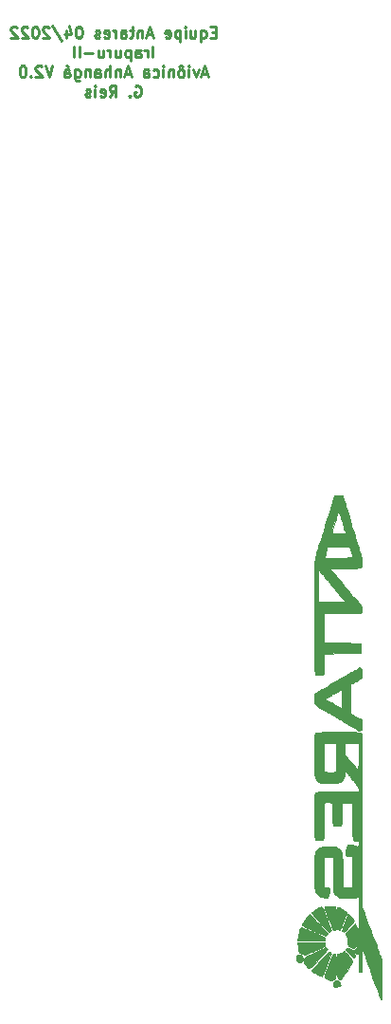
<source format=gbr>
%TF.GenerationSoftware,KiCad,Pcbnew,5.1.12-84ad8e8a86~92~ubuntu16.04.1*%
%TF.CreationDate,2022-04-25T15:27:55-03:00*%
%TF.ProjectId,Avionica,4176696f-6e69-4636-912e-6b696361645f,rev?*%
%TF.SameCoordinates,Original*%
%TF.FileFunction,Legend,Bot*%
%TF.FilePolarity,Positive*%
%FSLAX46Y46*%
G04 Gerber Fmt 4.6, Leading zero omitted, Abs format (unit mm)*
G04 Created by KiCad (PCBNEW 5.1.12-84ad8e8a86~92~ubuntu16.04.1) date 2022-04-25 15:27:55*
%MOMM*%
%LPD*%
G01*
G04 APERTURE LIST*
%ADD10C,0.250000*%
%ADD11C,0.010000*%
G04 APERTURE END LIST*
D10*
X114802857Y-56773571D02*
X114469523Y-56773571D01*
X114326666Y-57297380D02*
X114802857Y-57297380D01*
X114802857Y-56297380D01*
X114326666Y-56297380D01*
X113469523Y-56630714D02*
X113469523Y-57630714D01*
X113469523Y-57249761D02*
X113564761Y-57297380D01*
X113755238Y-57297380D01*
X113850476Y-57249761D01*
X113898095Y-57202142D01*
X113945714Y-57106904D01*
X113945714Y-56821190D01*
X113898095Y-56725952D01*
X113850476Y-56678333D01*
X113755238Y-56630714D01*
X113564761Y-56630714D01*
X113469523Y-56678333D01*
X112564761Y-56630714D02*
X112564761Y-57297380D01*
X112993333Y-56630714D02*
X112993333Y-57154523D01*
X112945714Y-57249761D01*
X112850476Y-57297380D01*
X112707619Y-57297380D01*
X112612380Y-57249761D01*
X112564761Y-57202142D01*
X112088571Y-57297380D02*
X112088571Y-56630714D01*
X112088571Y-56297380D02*
X112136190Y-56345000D01*
X112088571Y-56392619D01*
X112040952Y-56345000D01*
X112088571Y-56297380D01*
X112088571Y-56392619D01*
X111612380Y-56630714D02*
X111612380Y-57630714D01*
X111612380Y-56678333D02*
X111517142Y-56630714D01*
X111326666Y-56630714D01*
X111231428Y-56678333D01*
X111183809Y-56725952D01*
X111136190Y-56821190D01*
X111136190Y-57106904D01*
X111183809Y-57202142D01*
X111231428Y-57249761D01*
X111326666Y-57297380D01*
X111517142Y-57297380D01*
X111612380Y-57249761D01*
X110326666Y-57249761D02*
X110421904Y-57297380D01*
X110612380Y-57297380D01*
X110707619Y-57249761D01*
X110755238Y-57154523D01*
X110755238Y-56773571D01*
X110707619Y-56678333D01*
X110612380Y-56630714D01*
X110421904Y-56630714D01*
X110326666Y-56678333D01*
X110279047Y-56773571D01*
X110279047Y-56868809D01*
X110755238Y-56964047D01*
X109136190Y-57011666D02*
X108660000Y-57011666D01*
X109231428Y-57297380D02*
X108898095Y-56297380D01*
X108564761Y-57297380D01*
X108231428Y-56630714D02*
X108231428Y-57297380D01*
X108231428Y-56725952D02*
X108183809Y-56678333D01*
X108088571Y-56630714D01*
X107945714Y-56630714D01*
X107850476Y-56678333D01*
X107802857Y-56773571D01*
X107802857Y-57297380D01*
X107469523Y-56630714D02*
X107088571Y-56630714D01*
X107326666Y-56297380D02*
X107326666Y-57154523D01*
X107279047Y-57249761D01*
X107183809Y-57297380D01*
X107088571Y-57297380D01*
X106326666Y-57297380D02*
X106326666Y-56773571D01*
X106374285Y-56678333D01*
X106469523Y-56630714D01*
X106660000Y-56630714D01*
X106755238Y-56678333D01*
X106326666Y-57249761D02*
X106421904Y-57297380D01*
X106660000Y-57297380D01*
X106755238Y-57249761D01*
X106802857Y-57154523D01*
X106802857Y-57059285D01*
X106755238Y-56964047D01*
X106660000Y-56916428D01*
X106421904Y-56916428D01*
X106326666Y-56868809D01*
X105850476Y-57297380D02*
X105850476Y-56630714D01*
X105850476Y-56821190D02*
X105802857Y-56725952D01*
X105755238Y-56678333D01*
X105660000Y-56630714D01*
X105564761Y-56630714D01*
X104850476Y-57249761D02*
X104945714Y-57297380D01*
X105136190Y-57297380D01*
X105231428Y-57249761D01*
X105279047Y-57154523D01*
X105279047Y-56773571D01*
X105231428Y-56678333D01*
X105136190Y-56630714D01*
X104945714Y-56630714D01*
X104850476Y-56678333D01*
X104802857Y-56773571D01*
X104802857Y-56868809D01*
X105279047Y-56964047D01*
X104421904Y-57249761D02*
X104326666Y-57297380D01*
X104136190Y-57297380D01*
X104040952Y-57249761D01*
X103993333Y-57154523D01*
X103993333Y-57106904D01*
X104040952Y-57011666D01*
X104136190Y-56964047D01*
X104279047Y-56964047D01*
X104374285Y-56916428D01*
X104421904Y-56821190D01*
X104421904Y-56773571D01*
X104374285Y-56678333D01*
X104279047Y-56630714D01*
X104136190Y-56630714D01*
X104040952Y-56678333D01*
X102612380Y-56297380D02*
X102517142Y-56297380D01*
X102421904Y-56345000D01*
X102374285Y-56392619D01*
X102326666Y-56487857D01*
X102279047Y-56678333D01*
X102279047Y-56916428D01*
X102326666Y-57106904D01*
X102374285Y-57202142D01*
X102421904Y-57249761D01*
X102517142Y-57297380D01*
X102612380Y-57297380D01*
X102707619Y-57249761D01*
X102755238Y-57202142D01*
X102802857Y-57106904D01*
X102850476Y-56916428D01*
X102850476Y-56678333D01*
X102802857Y-56487857D01*
X102755238Y-56392619D01*
X102707619Y-56345000D01*
X102612380Y-56297380D01*
X101421904Y-56630714D02*
X101421904Y-57297380D01*
X101660000Y-56249761D02*
X101898095Y-56964047D01*
X101279047Y-56964047D01*
X100183809Y-56249761D02*
X101040952Y-57535476D01*
X99898095Y-56392619D02*
X99850476Y-56345000D01*
X99755238Y-56297380D01*
X99517142Y-56297380D01*
X99421904Y-56345000D01*
X99374285Y-56392619D01*
X99326666Y-56487857D01*
X99326666Y-56583095D01*
X99374285Y-56725952D01*
X99945714Y-57297380D01*
X99326666Y-57297380D01*
X98707619Y-56297380D02*
X98612380Y-56297380D01*
X98517142Y-56345000D01*
X98469523Y-56392619D01*
X98421904Y-56487857D01*
X98374285Y-56678333D01*
X98374285Y-56916428D01*
X98421904Y-57106904D01*
X98469523Y-57202142D01*
X98517142Y-57249761D01*
X98612380Y-57297380D01*
X98707619Y-57297380D01*
X98802857Y-57249761D01*
X98850476Y-57202142D01*
X98898095Y-57106904D01*
X98945714Y-56916428D01*
X98945714Y-56678333D01*
X98898095Y-56487857D01*
X98850476Y-56392619D01*
X98802857Y-56345000D01*
X98707619Y-56297380D01*
X97993333Y-56392619D02*
X97945714Y-56345000D01*
X97850476Y-56297380D01*
X97612380Y-56297380D01*
X97517142Y-56345000D01*
X97469523Y-56392619D01*
X97421904Y-56487857D01*
X97421904Y-56583095D01*
X97469523Y-56725952D01*
X98040952Y-57297380D01*
X97421904Y-57297380D01*
X97040952Y-56392619D02*
X96993333Y-56345000D01*
X96898095Y-56297380D01*
X96660000Y-56297380D01*
X96564761Y-56345000D01*
X96517142Y-56392619D01*
X96469523Y-56487857D01*
X96469523Y-56583095D01*
X96517142Y-56725952D01*
X97088571Y-57297380D01*
X96469523Y-57297380D01*
X109183809Y-59047380D02*
X109183809Y-58047380D01*
X108707619Y-59047380D02*
X108707619Y-58380714D01*
X108707619Y-58571190D02*
X108660000Y-58475952D01*
X108612380Y-58428333D01*
X108517142Y-58380714D01*
X108421904Y-58380714D01*
X107660000Y-59047380D02*
X107660000Y-58523571D01*
X107707619Y-58428333D01*
X107802857Y-58380714D01*
X107993333Y-58380714D01*
X108088571Y-58428333D01*
X107660000Y-58999761D02*
X107755238Y-59047380D01*
X107993333Y-59047380D01*
X108088571Y-58999761D01*
X108136190Y-58904523D01*
X108136190Y-58809285D01*
X108088571Y-58714047D01*
X107993333Y-58666428D01*
X107755238Y-58666428D01*
X107660000Y-58618809D01*
X107183809Y-58380714D02*
X107183809Y-59380714D01*
X107183809Y-58428333D02*
X107088571Y-58380714D01*
X106898095Y-58380714D01*
X106802857Y-58428333D01*
X106755238Y-58475952D01*
X106707619Y-58571190D01*
X106707619Y-58856904D01*
X106755238Y-58952142D01*
X106802857Y-58999761D01*
X106898095Y-59047380D01*
X107088571Y-59047380D01*
X107183809Y-58999761D01*
X105850476Y-58380714D02*
X105850476Y-59047380D01*
X106279047Y-58380714D02*
X106279047Y-58904523D01*
X106231428Y-58999761D01*
X106136190Y-59047380D01*
X105993333Y-59047380D01*
X105898095Y-58999761D01*
X105850476Y-58952142D01*
X105374285Y-59047380D02*
X105374285Y-58380714D01*
X105374285Y-58571190D02*
X105326666Y-58475952D01*
X105279047Y-58428333D01*
X105183809Y-58380714D01*
X105088571Y-58380714D01*
X104326666Y-58380714D02*
X104326666Y-59047380D01*
X104755238Y-58380714D02*
X104755238Y-58904523D01*
X104707619Y-58999761D01*
X104612380Y-59047380D01*
X104469523Y-59047380D01*
X104374285Y-58999761D01*
X104326666Y-58952142D01*
X103850476Y-58666428D02*
X103088571Y-58666428D01*
X102612380Y-59047380D02*
X102612380Y-58047380D01*
X102136190Y-59047380D02*
X102136190Y-58047380D01*
X114064761Y-60511666D02*
X113588571Y-60511666D01*
X114160000Y-60797380D02*
X113826666Y-59797380D01*
X113493333Y-60797380D01*
X113255238Y-60130714D02*
X113017142Y-60797380D01*
X112779047Y-60130714D01*
X112398095Y-60797380D02*
X112398095Y-60130714D01*
X112398095Y-59797380D02*
X112445714Y-59845000D01*
X112398095Y-59892619D01*
X112350476Y-59845000D01*
X112398095Y-59797380D01*
X112398095Y-59892619D01*
X111779047Y-60797380D02*
X111874285Y-60749761D01*
X111921904Y-60702142D01*
X111969523Y-60606904D01*
X111969523Y-60321190D01*
X111921904Y-60225952D01*
X111874285Y-60178333D01*
X111779047Y-60130714D01*
X111636190Y-60130714D01*
X111540952Y-60178333D01*
X111493333Y-60225952D01*
X111445714Y-60321190D01*
X111445714Y-60606904D01*
X111493333Y-60702142D01*
X111540952Y-60749761D01*
X111636190Y-60797380D01*
X111779047Y-60797380D01*
X111874285Y-59892619D02*
X111683809Y-59749761D01*
X111493333Y-59892619D01*
X111017142Y-60130714D02*
X111017142Y-60797380D01*
X111017142Y-60225952D02*
X110969523Y-60178333D01*
X110874285Y-60130714D01*
X110731428Y-60130714D01*
X110636190Y-60178333D01*
X110588571Y-60273571D01*
X110588571Y-60797380D01*
X110112380Y-60797380D02*
X110112380Y-60130714D01*
X110112380Y-59797380D02*
X110160000Y-59845000D01*
X110112380Y-59892619D01*
X110064761Y-59845000D01*
X110112380Y-59797380D01*
X110112380Y-59892619D01*
X109207619Y-60749761D02*
X109302857Y-60797380D01*
X109493333Y-60797380D01*
X109588571Y-60749761D01*
X109636190Y-60702142D01*
X109683809Y-60606904D01*
X109683809Y-60321190D01*
X109636190Y-60225952D01*
X109588571Y-60178333D01*
X109493333Y-60130714D01*
X109302857Y-60130714D01*
X109207619Y-60178333D01*
X108350476Y-60797380D02*
X108350476Y-60273571D01*
X108398095Y-60178333D01*
X108493333Y-60130714D01*
X108683809Y-60130714D01*
X108779047Y-60178333D01*
X108350476Y-60749761D02*
X108445714Y-60797380D01*
X108683809Y-60797380D01*
X108779047Y-60749761D01*
X108826666Y-60654523D01*
X108826666Y-60559285D01*
X108779047Y-60464047D01*
X108683809Y-60416428D01*
X108445714Y-60416428D01*
X108350476Y-60368809D01*
X107160000Y-60511666D02*
X106683809Y-60511666D01*
X107255238Y-60797380D02*
X106921904Y-59797380D01*
X106588571Y-60797380D01*
X106255238Y-60130714D02*
X106255238Y-60797380D01*
X106255238Y-60225952D02*
X106207619Y-60178333D01*
X106112380Y-60130714D01*
X105969523Y-60130714D01*
X105874285Y-60178333D01*
X105826666Y-60273571D01*
X105826666Y-60797380D01*
X105350476Y-60797380D02*
X105350476Y-59797380D01*
X104921904Y-60797380D02*
X104921904Y-60273571D01*
X104969523Y-60178333D01*
X105064761Y-60130714D01*
X105207619Y-60130714D01*
X105302857Y-60178333D01*
X105350476Y-60225952D01*
X104017142Y-60797380D02*
X104017142Y-60273571D01*
X104064761Y-60178333D01*
X104160000Y-60130714D01*
X104350476Y-60130714D01*
X104445714Y-60178333D01*
X104017142Y-60749761D02*
X104112380Y-60797380D01*
X104350476Y-60797380D01*
X104445714Y-60749761D01*
X104493333Y-60654523D01*
X104493333Y-60559285D01*
X104445714Y-60464047D01*
X104350476Y-60416428D01*
X104112380Y-60416428D01*
X104017142Y-60368809D01*
X103540952Y-60130714D02*
X103540952Y-60797380D01*
X103540952Y-60225952D02*
X103493333Y-60178333D01*
X103398095Y-60130714D01*
X103255238Y-60130714D01*
X103160000Y-60178333D01*
X103112380Y-60273571D01*
X103112380Y-60797380D01*
X102207619Y-60130714D02*
X102207619Y-60940238D01*
X102255238Y-61035476D01*
X102302857Y-61083095D01*
X102398095Y-61130714D01*
X102540952Y-61130714D01*
X102636190Y-61083095D01*
X102207619Y-60749761D02*
X102302857Y-60797380D01*
X102493333Y-60797380D01*
X102588571Y-60749761D01*
X102636190Y-60702142D01*
X102683809Y-60606904D01*
X102683809Y-60321190D01*
X102636190Y-60225952D01*
X102588571Y-60178333D01*
X102493333Y-60130714D01*
X102302857Y-60130714D01*
X102207619Y-60178333D01*
X101302857Y-60797380D02*
X101302857Y-60273571D01*
X101350476Y-60178333D01*
X101445714Y-60130714D01*
X101636190Y-60130714D01*
X101731428Y-60178333D01*
X101302857Y-60749761D02*
X101398095Y-60797380D01*
X101636190Y-60797380D01*
X101731428Y-60749761D01*
X101779047Y-60654523D01*
X101779047Y-60559285D01*
X101731428Y-60464047D01*
X101636190Y-60416428D01*
X101398095Y-60416428D01*
X101302857Y-60368809D01*
X101445714Y-59749761D02*
X101588571Y-59892619D01*
X100207619Y-59797380D02*
X99874285Y-60797380D01*
X99540952Y-59797380D01*
X99255238Y-59892619D02*
X99207619Y-59845000D01*
X99112380Y-59797380D01*
X98874285Y-59797380D01*
X98779047Y-59845000D01*
X98731428Y-59892619D01*
X98683809Y-59987857D01*
X98683809Y-60083095D01*
X98731428Y-60225952D01*
X99302857Y-60797380D01*
X98683809Y-60797380D01*
X98255238Y-60702142D02*
X98207619Y-60749761D01*
X98255238Y-60797380D01*
X98302857Y-60749761D01*
X98255238Y-60702142D01*
X98255238Y-60797380D01*
X97588571Y-59797380D02*
X97493333Y-59797380D01*
X97398095Y-59845000D01*
X97350476Y-59892619D01*
X97302857Y-59987857D01*
X97255238Y-60178333D01*
X97255238Y-60416428D01*
X97302857Y-60606904D01*
X97350476Y-60702142D01*
X97398095Y-60749761D01*
X97493333Y-60797380D01*
X97588571Y-60797380D01*
X97683809Y-60749761D01*
X97731428Y-60702142D01*
X97779047Y-60606904D01*
X97826666Y-60416428D01*
X97826666Y-60178333D01*
X97779047Y-59987857D01*
X97731428Y-59892619D01*
X97683809Y-59845000D01*
X97588571Y-59797380D01*
X107588571Y-61595000D02*
X107683809Y-61547380D01*
X107826666Y-61547380D01*
X107969523Y-61595000D01*
X108064761Y-61690238D01*
X108112380Y-61785476D01*
X108160000Y-61975952D01*
X108160000Y-62118809D01*
X108112380Y-62309285D01*
X108064761Y-62404523D01*
X107969523Y-62499761D01*
X107826666Y-62547380D01*
X107731428Y-62547380D01*
X107588571Y-62499761D01*
X107540952Y-62452142D01*
X107540952Y-62118809D01*
X107731428Y-62118809D01*
X107112380Y-62452142D02*
X107064761Y-62499761D01*
X107112380Y-62547380D01*
X107160000Y-62499761D01*
X107112380Y-62452142D01*
X107112380Y-62547380D01*
X105302857Y-62547380D02*
X105636190Y-62071190D01*
X105874285Y-62547380D02*
X105874285Y-61547380D01*
X105493333Y-61547380D01*
X105398095Y-61595000D01*
X105350476Y-61642619D01*
X105302857Y-61737857D01*
X105302857Y-61880714D01*
X105350476Y-61975952D01*
X105398095Y-62023571D01*
X105493333Y-62071190D01*
X105874285Y-62071190D01*
X104493333Y-62499761D02*
X104588571Y-62547380D01*
X104779047Y-62547380D01*
X104874285Y-62499761D01*
X104921904Y-62404523D01*
X104921904Y-62023571D01*
X104874285Y-61928333D01*
X104779047Y-61880714D01*
X104588571Y-61880714D01*
X104493333Y-61928333D01*
X104445714Y-62023571D01*
X104445714Y-62118809D01*
X104921904Y-62214047D01*
X104017142Y-62547380D02*
X104017142Y-61880714D01*
X104017142Y-61547380D02*
X104064761Y-61595000D01*
X104017142Y-61642619D01*
X103969523Y-61595000D01*
X104017142Y-61547380D01*
X104017142Y-61642619D01*
X103588571Y-62499761D02*
X103493333Y-62547380D01*
X103302857Y-62547380D01*
X103207619Y-62499761D01*
X103160000Y-62404523D01*
X103160000Y-62356904D01*
X103207619Y-62261666D01*
X103302857Y-62214047D01*
X103445714Y-62214047D01*
X103540952Y-62166428D01*
X103588571Y-62071190D01*
X103588571Y-62023571D01*
X103540952Y-61928333D01*
X103445714Y-61880714D01*
X103302857Y-61880714D01*
X103207619Y-61928333D01*
D11*
%TO.C,G\u002A\u002A\u002A*%
G36*
X122020324Y-139589784D02*
G01*
X122092467Y-139698487D01*
X122213877Y-139753911D01*
X122302543Y-139761935D01*
X122412550Y-139749323D01*
X122487219Y-139701722D01*
X122519250Y-139663079D01*
X122580597Y-139529704D01*
X122592402Y-139382152D01*
X122555640Y-139246234D01*
X122500667Y-139171020D01*
X122377059Y-139101295D01*
X122234530Y-139092153D01*
X122125352Y-139129738D01*
X122051799Y-139182209D01*
X122012915Y-139249309D01*
X121998282Y-139355137D01*
X121996812Y-139427109D01*
X122020324Y-139589784D01*
G37*
X122020324Y-139589784D02*
X122092467Y-139698487D01*
X122213877Y-139753911D01*
X122302543Y-139761935D01*
X122412550Y-139749323D01*
X122487219Y-139701722D01*
X122519250Y-139663079D01*
X122580597Y-139529704D01*
X122592402Y-139382152D01*
X122555640Y-139246234D01*
X122500667Y-139171020D01*
X122377059Y-139101295D01*
X122234530Y-139092153D01*
X122125352Y-139129738D01*
X122051799Y-139182209D01*
X122012915Y-139249309D01*
X121998282Y-139355137D01*
X121996812Y-139427109D01*
X122020324Y-139589784D01*
G36*
X122149825Y-138308792D02*
G01*
X122168197Y-138478426D01*
X122193087Y-138648860D01*
X122215968Y-138768394D01*
X122244827Y-138878903D01*
X122276542Y-138935923D01*
X122328297Y-138959416D01*
X122386697Y-138966696D01*
X122491522Y-138994513D01*
X122572312Y-139046902D01*
X122576058Y-139051112D01*
X122649752Y-139107481D01*
X122745541Y-139118293D01*
X122875737Y-139083064D01*
X122984962Y-139035098D01*
X123148336Y-138957558D01*
X123317143Y-138879286D01*
X123478338Y-138806112D01*
X123618871Y-138743869D01*
X123725697Y-138698388D01*
X123785767Y-138675501D01*
X123793086Y-138673900D01*
X123834457Y-138659170D01*
X123922220Y-138620078D01*
X124039395Y-138564274D01*
X124071921Y-138548298D01*
X124213300Y-138480254D01*
X124348515Y-138418239D01*
X124450326Y-138374717D01*
X124457448Y-138371928D01*
X124542895Y-138331689D01*
X124580134Y-138281450D01*
X124588780Y-138192355D01*
X124588828Y-138178623D01*
X124588828Y-138036086D01*
X122126749Y-138036086D01*
X122149825Y-138308792D01*
G37*
X122149825Y-138308792D02*
X122168197Y-138478426D01*
X122193087Y-138648860D01*
X122215968Y-138768394D01*
X122244827Y-138878903D01*
X122276542Y-138935923D01*
X122328297Y-138959416D01*
X122386697Y-138966696D01*
X122491522Y-138994513D01*
X122572312Y-139046902D01*
X122576058Y-139051112D01*
X122649752Y-139107481D01*
X122745541Y-139118293D01*
X122875737Y-139083064D01*
X122984962Y-139035098D01*
X123148336Y-138957558D01*
X123317143Y-138879286D01*
X123478338Y-138806112D01*
X123618871Y-138743869D01*
X123725697Y-138698388D01*
X123785767Y-138675501D01*
X123793086Y-138673900D01*
X123834457Y-138659170D01*
X123922220Y-138620078D01*
X124039395Y-138564274D01*
X124071921Y-138548298D01*
X124213300Y-138480254D01*
X124348515Y-138418239D01*
X124450326Y-138374717D01*
X124457448Y-138371928D01*
X124542895Y-138331689D01*
X124580134Y-138281450D01*
X124588780Y-138192355D01*
X124588828Y-138178623D01*
X124588828Y-138036086D01*
X122126749Y-138036086D01*
X122149825Y-138308792D01*
G36*
X124571310Y-137829734D02*
G01*
X124580316Y-137698420D01*
X124589323Y-137567105D01*
X124177420Y-137383417D01*
X124005757Y-137306356D01*
X123844158Y-137232907D01*
X123710952Y-137171457D01*
X123625379Y-137130841D01*
X123498057Y-137073919D01*
X123358155Y-137019194D01*
X123327586Y-137008478D01*
X123229652Y-136970840D01*
X123088954Y-136911177D01*
X122926488Y-136838583D01*
X122804600Y-136781890D01*
X122636265Y-136704812D01*
X122521174Y-136659274D01*
X122450308Y-136642405D01*
X122414644Y-136651333D01*
X122410623Y-136656479D01*
X122357531Y-136772069D01*
X122300346Y-136940395D01*
X122244447Y-137139843D01*
X122195212Y-137348801D01*
X122158018Y-137545656D01*
X122138243Y-137708794D01*
X122136414Y-137758484D01*
X122136414Y-137849466D01*
X124571310Y-137829734D01*
G37*
X124571310Y-137829734D02*
X124580316Y-137698420D01*
X124589323Y-137567105D01*
X124177420Y-137383417D01*
X124005757Y-137306356D01*
X123844158Y-137232907D01*
X123710952Y-137171457D01*
X123625379Y-137130841D01*
X123498057Y-137073919D01*
X123358155Y-137019194D01*
X123327586Y-137008478D01*
X123229652Y-136970840D01*
X123088954Y-136911177D01*
X122926488Y-136838583D01*
X122804600Y-136781890D01*
X122636265Y-136704812D01*
X122521174Y-136659274D01*
X122450308Y-136642405D01*
X122414644Y-136651333D01*
X122410623Y-136656479D01*
X122357531Y-136772069D01*
X122300346Y-136940395D01*
X122244447Y-137139843D01*
X122195212Y-137348801D01*
X122158018Y-137545656D01*
X122138243Y-137708794D01*
X122136414Y-137758484D01*
X122136414Y-137849466D01*
X124571310Y-137829734D01*
G36*
X122659127Y-139788736D02*
G01*
X122721474Y-139899052D01*
X122821040Y-140036911D01*
X122902446Y-140144550D01*
X122969437Y-140229764D01*
X123028525Y-140289600D01*
X123086224Y-140321106D01*
X123149046Y-140321328D01*
X123223505Y-140287312D01*
X123316114Y-140216106D01*
X123433386Y-140104757D01*
X123581834Y-139950310D01*
X123767971Y-139749814D01*
X123993861Y-139505120D01*
X124187714Y-139295302D01*
X124364788Y-139102844D01*
X124519289Y-138934108D01*
X124645422Y-138795457D01*
X124737389Y-138693251D01*
X124789396Y-138633854D01*
X124799035Y-138621268D01*
X124779450Y-138585334D01*
X124733664Y-138520723D01*
X124668293Y-138434269D01*
X124409595Y-138550318D01*
X124267836Y-138612974D01*
X124134472Y-138670337D01*
X124036041Y-138711009D01*
X124028276Y-138714057D01*
X123940514Y-138751243D01*
X123801441Y-138813860D01*
X123623468Y-138896136D01*
X123419005Y-138992298D01*
X123200465Y-139096574D01*
X123057991Y-139165363D01*
X122963005Y-139208245D01*
X122893917Y-139233670D01*
X122878350Y-139236677D01*
X122820489Y-139271357D01*
X122762636Y-139365314D01*
X122713910Y-139503427D01*
X122711187Y-139513921D01*
X122681063Y-139624696D01*
X122654309Y-139710457D01*
X122648692Y-139725493D01*
X122659127Y-139788736D01*
G37*
X122659127Y-139788736D02*
X122721474Y-139899052D01*
X122821040Y-140036911D01*
X122902446Y-140144550D01*
X122969437Y-140229764D01*
X123028525Y-140289600D01*
X123086224Y-140321106D01*
X123149046Y-140321328D01*
X123223505Y-140287312D01*
X123316114Y-140216106D01*
X123433386Y-140104757D01*
X123581834Y-139950310D01*
X123767971Y-139749814D01*
X123993861Y-139505120D01*
X124187714Y-139295302D01*
X124364788Y-139102844D01*
X124519289Y-138934108D01*
X124645422Y-138795457D01*
X124737389Y-138693251D01*
X124789396Y-138633854D01*
X124799035Y-138621268D01*
X124779450Y-138585334D01*
X124733664Y-138520723D01*
X124668293Y-138434269D01*
X124409595Y-138550318D01*
X124267836Y-138612974D01*
X124134472Y-138670337D01*
X124036041Y-138711009D01*
X124028276Y-138714057D01*
X123940514Y-138751243D01*
X123801441Y-138813860D01*
X123623468Y-138896136D01*
X123419005Y-138992298D01*
X123200465Y-139096574D01*
X123057991Y-139165363D01*
X122963005Y-139208245D01*
X122893917Y-139233670D01*
X122878350Y-139236677D01*
X122820489Y-139271357D01*
X122762636Y-139365314D01*
X122713910Y-139503427D01*
X122711187Y-139513921D01*
X122681063Y-139624696D01*
X122654309Y-139710457D01*
X122648692Y-139725493D01*
X122659127Y-139788736D01*
G36*
X122535314Y-136443928D02*
G01*
X122577538Y-136491182D01*
X122662556Y-136548200D01*
X122722828Y-136579406D01*
X122854649Y-136641036D01*
X122987919Y-136703637D01*
X123029793Y-136723391D01*
X123129943Y-136769193D01*
X123268651Y-136830689D01*
X123419273Y-136896096D01*
X123450207Y-136909346D01*
X123590987Y-136970224D01*
X123773852Y-137050368D01*
X123976330Y-137139878D01*
X124175947Y-137228855D01*
X124198647Y-137239030D01*
X124666812Y-137448995D01*
X124732144Y-137357976D01*
X124779180Y-137274931D01*
X124797197Y-137210680D01*
X124773168Y-137171216D01*
X124705200Y-137085896D01*
X124599256Y-136961536D01*
X124461303Y-136804953D01*
X124297305Y-136622964D01*
X124113226Y-136422386D01*
X124013530Y-136315123D01*
X123820763Y-136110235D01*
X123642894Y-135924306D01*
X123486131Y-135763578D01*
X123356680Y-135634297D01*
X123260749Y-135542706D01*
X123204544Y-135495050D01*
X123193046Y-135489716D01*
X123146000Y-135527484D01*
X123067846Y-135610601D01*
X122970064Y-135724828D01*
X122864130Y-135855925D01*
X122761522Y-135989654D01*
X122673718Y-136111774D01*
X122612195Y-136208047D01*
X122608078Y-136215433D01*
X122558682Y-136322720D01*
X122534258Y-136410917D01*
X122535314Y-136443928D01*
G37*
X122535314Y-136443928D02*
X122577538Y-136491182D01*
X122662556Y-136548200D01*
X122722828Y-136579406D01*
X122854649Y-136641036D01*
X122987919Y-136703637D01*
X123029793Y-136723391D01*
X123129943Y-136769193D01*
X123268651Y-136830689D01*
X123419273Y-136896096D01*
X123450207Y-136909346D01*
X123590987Y-136970224D01*
X123773852Y-137050368D01*
X123976330Y-137139878D01*
X124175947Y-137228855D01*
X124198647Y-137239030D01*
X124666812Y-137448995D01*
X124732144Y-137357976D01*
X124779180Y-137274931D01*
X124797197Y-137210680D01*
X124773168Y-137171216D01*
X124705200Y-137085896D01*
X124599256Y-136961536D01*
X124461303Y-136804953D01*
X124297305Y-136622964D01*
X124113226Y-136422386D01*
X124013530Y-136315123D01*
X123820763Y-136110235D01*
X123642894Y-135924306D01*
X123486131Y-135763578D01*
X123356680Y-135634297D01*
X123260749Y-135542706D01*
X123204544Y-135495050D01*
X123193046Y-135489716D01*
X123146000Y-135527484D01*
X123067846Y-135610601D01*
X122970064Y-135724828D01*
X122864130Y-135855925D01*
X122761522Y-135989654D01*
X122673718Y-136111774D01*
X122612195Y-136208047D01*
X122608078Y-136215433D01*
X122558682Y-136322720D01*
X122534258Y-136410917D01*
X122535314Y-136443928D01*
G36*
X123393215Y-140531176D02*
G01*
X123465600Y-140593434D01*
X123565545Y-140668268D01*
X123676266Y-140743630D01*
X123780978Y-140807470D01*
X123853104Y-140843834D01*
X123935842Y-140878910D01*
X124051233Y-140928357D01*
X124122357Y-140959024D01*
X124224369Y-141002042D01*
X124296824Y-141030569D01*
X124319276Y-141037563D01*
X124339237Y-141005083D01*
X124379310Y-140917158D01*
X124433701Y-140788066D01*
X124496614Y-140632082D01*
X124562255Y-140463483D01*
X124624830Y-140296544D01*
X124661920Y-140193398D01*
X124699716Y-140087720D01*
X124738180Y-139984938D01*
X124783100Y-139870595D01*
X124840259Y-139730235D01*
X124915444Y-139549402D01*
X125005591Y-139334663D01*
X125079010Y-139139125D01*
X125110776Y-138995484D01*
X125101205Y-138895550D01*
X125050615Y-138831135D01*
X125025681Y-138816621D01*
X124999159Y-138806669D01*
X124970441Y-138806896D01*
X124933877Y-138822456D01*
X124883818Y-138858503D01*
X124814615Y-138920190D01*
X124720619Y-139012670D01*
X124596180Y-139141098D01*
X124435649Y-139310627D01*
X124233377Y-139526411D01*
X124150856Y-139614693D01*
X123958694Y-139821498D01*
X123783560Y-140012201D01*
X123631385Y-140180170D01*
X123508100Y-140318771D01*
X123419633Y-140421370D01*
X123371916Y-140481335D01*
X123365175Y-140493545D01*
X123393215Y-140531176D01*
G37*
X123393215Y-140531176D02*
X123465600Y-140593434D01*
X123565545Y-140668268D01*
X123676266Y-140743630D01*
X123780978Y-140807470D01*
X123853104Y-140843834D01*
X123935842Y-140878910D01*
X124051233Y-140928357D01*
X124122357Y-140959024D01*
X124224369Y-141002042D01*
X124296824Y-141030569D01*
X124319276Y-141037563D01*
X124339237Y-141005083D01*
X124379310Y-140917158D01*
X124433701Y-140788066D01*
X124496614Y-140632082D01*
X124562255Y-140463483D01*
X124624830Y-140296544D01*
X124661920Y-140193398D01*
X124699716Y-140087720D01*
X124738180Y-139984938D01*
X124783100Y-139870595D01*
X124840259Y-139730235D01*
X124915444Y-139549402D01*
X125005591Y-139334663D01*
X125079010Y-139139125D01*
X125110776Y-138995484D01*
X125101205Y-138895550D01*
X125050615Y-138831135D01*
X125025681Y-138816621D01*
X124999159Y-138806669D01*
X124970441Y-138806896D01*
X124933877Y-138822456D01*
X124883818Y-138858503D01*
X124814615Y-138920190D01*
X124720619Y-139012670D01*
X124596180Y-139141098D01*
X124435649Y-139310627D01*
X124233377Y-139526411D01*
X124150856Y-139614693D01*
X123958694Y-139821498D01*
X123783560Y-140012201D01*
X123631385Y-140180170D01*
X123508100Y-140318771D01*
X123419633Y-140421370D01*
X123371916Y-140481335D01*
X123365175Y-140493545D01*
X123393215Y-140531176D01*
G36*
X123351069Y-135388051D02*
G01*
X123416292Y-135464387D01*
X123515414Y-135576533D01*
X123640598Y-135715885D01*
X123784003Y-135873834D01*
X123937789Y-136041774D01*
X124094119Y-136211099D01*
X124245152Y-136373203D01*
X124383049Y-136519478D01*
X124470449Y-136610836D01*
X124567920Y-136718402D01*
X124658513Y-136828853D01*
X124690110Y-136871568D01*
X124803635Y-136991945D01*
X124923900Y-137039615D01*
X125026759Y-137023087D01*
X125099301Y-136963802D01*
X125113276Y-136902081D01*
X125098968Y-136839521D01*
X125060191Y-136722813D01*
X125002006Y-136565856D01*
X124929474Y-136382549D01*
X124884120Y-136272718D01*
X124801597Y-136073694D01*
X124725789Y-135886830D01*
X124663093Y-135728189D01*
X124619903Y-135613834D01*
X124607732Y-135578627D01*
X124570968Y-135472216D01*
X124516867Y-135324856D01*
X124455758Y-135164541D01*
X124441650Y-135128405D01*
X124372482Y-134965100D01*
X124309495Y-134864322D01*
X124238478Y-134821148D01*
X124145220Y-134830652D01*
X124015511Y-134887911D01*
X123911515Y-134944692D01*
X123784880Y-135019915D01*
X123651548Y-135105592D01*
X123525358Y-135191973D01*
X123420146Y-135269308D01*
X123349749Y-135327849D01*
X123327586Y-135356133D01*
X123351069Y-135388051D01*
G37*
X123351069Y-135388051D02*
X123416292Y-135464387D01*
X123515414Y-135576533D01*
X123640598Y-135715885D01*
X123784003Y-135873834D01*
X123937789Y-136041774D01*
X124094119Y-136211099D01*
X124245152Y-136373203D01*
X124383049Y-136519478D01*
X124470449Y-136610836D01*
X124567920Y-136718402D01*
X124658513Y-136828853D01*
X124690110Y-136871568D01*
X124803635Y-136991945D01*
X124923900Y-137039615D01*
X125026759Y-137023087D01*
X125099301Y-136963802D01*
X125113276Y-136902081D01*
X125098968Y-136839521D01*
X125060191Y-136722813D01*
X125002006Y-136565856D01*
X124929474Y-136382549D01*
X124884120Y-136272718D01*
X124801597Y-136073694D01*
X124725789Y-135886830D01*
X124663093Y-135728189D01*
X124619903Y-135613834D01*
X124607732Y-135578627D01*
X124570968Y-135472216D01*
X124516867Y-135324856D01*
X124455758Y-135164541D01*
X124441650Y-135128405D01*
X124372482Y-134965100D01*
X124309495Y-134864322D01*
X124238478Y-134821148D01*
X124145220Y-134830652D01*
X124015511Y-134887911D01*
X123911515Y-134944692D01*
X123784880Y-135019915D01*
X123651548Y-135105592D01*
X123525358Y-135191973D01*
X123420146Y-135269308D01*
X123349749Y-135327849D01*
X123327586Y-135356133D01*
X123351069Y-135388051D01*
G36*
X124535462Y-141116696D02*
G01*
X124570655Y-141158810D01*
X124639878Y-141193342D01*
X124713898Y-141222915D01*
X124907859Y-141297813D01*
X125050918Y-141344557D01*
X125156293Y-141365256D01*
X125237199Y-141362022D01*
X125306854Y-141336962D01*
X125333645Y-141321837D01*
X125391251Y-141286158D01*
X125436655Y-141251419D01*
X125471308Y-141208776D01*
X125496663Y-141149385D01*
X125514171Y-141064404D01*
X125525282Y-140944988D01*
X125531449Y-140782294D01*
X125534123Y-140567477D01*
X125534755Y-140291695D01*
X125534759Y-140096445D01*
X125534366Y-139786659D01*
X125532903Y-139543749D01*
X125529945Y-139359554D01*
X125525066Y-139225916D01*
X125517841Y-139134676D01*
X125507843Y-139077676D01*
X125494646Y-139046755D01*
X125479342Y-139034339D01*
X125368942Y-139007246D01*
X125286774Y-139037045D01*
X125219069Y-139131197D01*
X125192441Y-139189779D01*
X125138677Y-139329630D01*
X125090642Y-139471472D01*
X125076831Y-139518065D01*
X125038151Y-139639910D01*
X124996347Y-139747097D01*
X124989420Y-139761935D01*
X124926661Y-139898253D01*
X124853199Y-140069804D01*
X124776390Y-140257965D01*
X124703593Y-140444111D01*
X124642167Y-140609619D01*
X124599469Y-140735866D01*
X124586905Y-140780678D01*
X124548301Y-140944049D01*
X124529582Y-141050582D01*
X124535462Y-141116696D01*
G37*
X124535462Y-141116696D02*
X124570655Y-141158810D01*
X124639878Y-141193342D01*
X124713898Y-141222915D01*
X124907859Y-141297813D01*
X125050918Y-141344557D01*
X125156293Y-141365256D01*
X125237199Y-141362022D01*
X125306854Y-141336962D01*
X125333645Y-141321837D01*
X125391251Y-141286158D01*
X125436655Y-141251419D01*
X125471308Y-141208776D01*
X125496663Y-141149385D01*
X125514171Y-141064404D01*
X125525282Y-140944988D01*
X125531449Y-140782294D01*
X125534123Y-140567477D01*
X125534755Y-140291695D01*
X125534759Y-140096445D01*
X125534366Y-139786659D01*
X125532903Y-139543749D01*
X125529945Y-139359554D01*
X125525066Y-139225916D01*
X125517841Y-139134676D01*
X125507843Y-139077676D01*
X125494646Y-139046755D01*
X125479342Y-139034339D01*
X125368942Y-139007246D01*
X125286774Y-139037045D01*
X125219069Y-139131197D01*
X125192441Y-139189779D01*
X125138677Y-139329630D01*
X125090642Y-139471472D01*
X125076831Y-139518065D01*
X125038151Y-139639910D01*
X124996347Y-139747097D01*
X124989420Y-139761935D01*
X124926661Y-139898253D01*
X124853199Y-140069804D01*
X124776390Y-140257965D01*
X124703593Y-140444111D01*
X124642167Y-140609619D01*
X124599469Y-140735866D01*
X124586905Y-140780678D01*
X124548301Y-140944049D01*
X124529582Y-141050582D01*
X124535462Y-141116696D01*
G36*
X124514016Y-134908367D02*
G01*
X124550074Y-135034227D01*
X124617786Y-135214095D01*
X124681629Y-135376967D01*
X124726258Y-135504749D01*
X124756171Y-135616131D01*
X124764000Y-135671698D01*
X124785959Y-135755985D01*
X124839640Y-135851261D01*
X124847762Y-135861990D01*
X124901427Y-135950203D01*
X124964055Y-136082327D01*
X125022761Y-136230975D01*
X125026842Y-136242590D01*
X125106212Y-136468970D01*
X125165596Y-136633773D01*
X125208475Y-136746124D01*
X125238328Y-136815152D01*
X125258312Y-136849576D01*
X125306821Y-136864954D01*
X125392567Y-136860321D01*
X125409521Y-136857256D01*
X125534759Y-136832095D01*
X125534759Y-135819619D01*
X125534450Y-135516330D01*
X125533192Y-135279599D01*
X125530484Y-135100950D01*
X125525826Y-134971905D01*
X125518718Y-134883987D01*
X125508660Y-134828720D01*
X125495152Y-134797626D01*
X125477694Y-134782228D01*
X125473448Y-134780182D01*
X125416475Y-134770010D01*
X125304884Y-134761594D01*
X125154122Y-134755740D01*
X124979636Y-134753254D01*
X124956690Y-134753220D01*
X124770983Y-134753027D01*
X124638096Y-134758845D01*
X124553794Y-134780276D01*
X124513845Y-134826916D01*
X124514016Y-134908367D01*
G37*
X124514016Y-134908367D02*
X124550074Y-135034227D01*
X124617786Y-135214095D01*
X124681629Y-135376967D01*
X124726258Y-135504749D01*
X124756171Y-135616131D01*
X124764000Y-135671698D01*
X124785959Y-135755985D01*
X124839640Y-135851261D01*
X124847762Y-135861990D01*
X124901427Y-135950203D01*
X124964055Y-136082327D01*
X125022761Y-136230975D01*
X125026842Y-136242590D01*
X125106212Y-136468970D01*
X125165596Y-136633773D01*
X125208475Y-136746124D01*
X125238328Y-136815152D01*
X125258312Y-136849576D01*
X125306821Y-136864954D01*
X125392567Y-136860321D01*
X125409521Y-136857256D01*
X125534759Y-136832095D01*
X125534759Y-135819619D01*
X125534450Y-135516330D01*
X125533192Y-135279599D01*
X125530484Y-135100950D01*
X125525826Y-134971905D01*
X125518718Y-134883987D01*
X125508660Y-134828720D01*
X125495152Y-134797626D01*
X125477694Y-134782228D01*
X125473448Y-134780182D01*
X125416475Y-134770010D01*
X125304884Y-134761594D01*
X125154122Y-134755740D01*
X124979636Y-134753254D01*
X124956690Y-134753220D01*
X124770983Y-134753027D01*
X124638096Y-134758845D01*
X124553794Y-134780276D01*
X124513845Y-134826916D01*
X124514016Y-134908367D01*
G36*
X125350900Y-141845458D02*
G01*
X125427358Y-141937869D01*
X125550041Y-141974986D01*
X125569777Y-141975525D01*
X125661407Y-141961269D01*
X125766859Y-141925259D01*
X125864751Y-141877626D01*
X125933704Y-141828505D01*
X125953624Y-141793606D01*
X125937644Y-141748047D01*
X125899410Y-141662974D01*
X125881960Y-141626896D01*
X125788780Y-141492575D01*
X125672269Y-141427371D01*
X125525388Y-141427420D01*
X125520348Y-141428407D01*
X125404874Y-141478238D01*
X125341340Y-141574758D01*
X125324552Y-141702081D01*
X125350900Y-141845458D01*
G37*
X125350900Y-141845458D02*
X125427358Y-141937869D01*
X125550041Y-141974986D01*
X125569777Y-141975525D01*
X125661407Y-141961269D01*
X125766859Y-141925259D01*
X125864751Y-141877626D01*
X125933704Y-141828505D01*
X125953624Y-141793606D01*
X125937644Y-141748047D01*
X125899410Y-141662974D01*
X125881960Y-141626896D01*
X125788780Y-141492575D01*
X125672269Y-141427371D01*
X125525388Y-141427420D01*
X125520348Y-141428407D01*
X125404874Y-141478238D01*
X125341340Y-141574758D01*
X125324552Y-141702081D01*
X125350900Y-141845458D01*
G36*
X125718116Y-136849206D02*
G01*
X125819315Y-136872194D01*
X125889783Y-136864294D01*
X125943562Y-136814582D01*
X125994693Y-136712132D01*
X126037274Y-136600883D01*
X126116552Y-136384786D01*
X126175690Y-136224444D01*
X126220011Y-136105702D01*
X126254835Y-136014405D01*
X126285485Y-135936401D01*
X126309887Y-135875752D01*
X126360856Y-135746784D01*
X126413755Y-135607849D01*
X126461692Y-135477727D01*
X126497775Y-135375199D01*
X126515110Y-135319045D01*
X126515724Y-135314844D01*
X126489854Y-135285099D01*
X126423559Y-135227457D01*
X126368639Y-135183606D01*
X126240663Y-135093442D01*
X126097532Y-135006795D01*
X125955957Y-134932195D01*
X125832648Y-134878174D01*
X125744314Y-134853262D01*
X125721961Y-134853468D01*
X125702355Y-134861621D01*
X125687013Y-134882731D01*
X125675298Y-134925338D01*
X125666575Y-134997983D01*
X125660208Y-135109206D01*
X125655562Y-135267547D01*
X125652001Y-135481548D01*
X125648889Y-135759748D01*
X125648047Y-135846597D01*
X125638715Y-136826422D01*
X125718116Y-136849206D01*
G37*
X125718116Y-136849206D02*
X125819315Y-136872194D01*
X125889783Y-136864294D01*
X125943562Y-136814582D01*
X125994693Y-136712132D01*
X126037274Y-136600883D01*
X126116552Y-136384786D01*
X126175690Y-136224444D01*
X126220011Y-136105702D01*
X126254835Y-136014405D01*
X126285485Y-135936401D01*
X126309887Y-135875752D01*
X126360856Y-135746784D01*
X126413755Y-135607849D01*
X126461692Y-135477727D01*
X126497775Y-135375199D01*
X126515110Y-135319045D01*
X126515724Y-135314844D01*
X126489854Y-135285099D01*
X126423559Y-135227457D01*
X126368639Y-135183606D01*
X126240663Y-135093442D01*
X126097532Y-135006795D01*
X125955957Y-134932195D01*
X125832648Y-134878174D01*
X125744314Y-134853262D01*
X125721961Y-134853468D01*
X125702355Y-134861621D01*
X125687013Y-134882731D01*
X125675298Y-134925338D01*
X125666575Y-134997983D01*
X125660208Y-135109206D01*
X125655562Y-135267547D01*
X125652001Y-135481548D01*
X125648889Y-135759748D01*
X125648047Y-135846597D01*
X125638715Y-136826422D01*
X125718116Y-136849206D01*
G36*
X125675206Y-140418418D02*
G01*
X125677032Y-140674957D01*
X125681721Y-140872695D01*
X125690619Y-141019748D01*
X125705073Y-141124235D01*
X125726428Y-141194272D01*
X125756031Y-141237977D01*
X125795228Y-141263468D01*
X125845365Y-141278861D01*
X125872217Y-141284733D01*
X125939087Y-141292193D01*
X125989694Y-141271419D01*
X126043625Y-141209106D01*
X126093255Y-141134559D01*
X126167114Y-141024731D01*
X126234898Y-140932367D01*
X126264918Y-140896263D01*
X126343851Y-140800499D01*
X126442450Y-140664912D01*
X126553070Y-140501886D01*
X126668068Y-140323807D01*
X126779798Y-140143059D01*
X126880616Y-139972027D01*
X126962877Y-139823095D01*
X127018937Y-139708648D01*
X127041151Y-139641071D01*
X127041241Y-139638570D01*
X127018234Y-139595194D01*
X126954934Y-139508947D01*
X126859925Y-139390721D01*
X126741791Y-139251414D01*
X126686199Y-139187943D01*
X126558207Y-139046253D01*
X126444894Y-138926498D01*
X126355822Y-138838354D01*
X126300552Y-138791499D01*
X126289511Y-138786455D01*
X126238244Y-138801878D01*
X126145323Y-138842149D01*
X126040209Y-138893822D01*
X125919347Y-138954171D01*
X125813392Y-139003383D01*
X125753724Y-139027665D01*
X125674897Y-139054141D01*
X125674897Y-140094959D01*
X125675206Y-140418418D01*
G37*
X125675206Y-140418418D02*
X125677032Y-140674957D01*
X125681721Y-140872695D01*
X125690619Y-141019748D01*
X125705073Y-141124235D01*
X125726428Y-141194272D01*
X125756031Y-141237977D01*
X125795228Y-141263468D01*
X125845365Y-141278861D01*
X125872217Y-141284733D01*
X125939087Y-141292193D01*
X125989694Y-141271419D01*
X126043625Y-141209106D01*
X126093255Y-141134559D01*
X126167114Y-141024731D01*
X126234898Y-140932367D01*
X126264918Y-140896263D01*
X126343851Y-140800499D01*
X126442450Y-140664912D01*
X126553070Y-140501886D01*
X126668068Y-140323807D01*
X126779798Y-140143059D01*
X126880616Y-139972027D01*
X126962877Y-139823095D01*
X127018937Y-139708648D01*
X127041151Y-139641071D01*
X127041241Y-139638570D01*
X127018234Y-139595194D01*
X126954934Y-139508947D01*
X126859925Y-139390721D01*
X126741791Y-139251414D01*
X126686199Y-139187943D01*
X126558207Y-139046253D01*
X126444894Y-138926498D01*
X126355822Y-138838354D01*
X126300552Y-138791499D01*
X126289511Y-138786455D01*
X126238244Y-138801878D01*
X126145323Y-138842149D01*
X126040209Y-138893822D01*
X125919347Y-138954171D01*
X125813392Y-139003383D01*
X125753724Y-139027665D01*
X125674897Y-139054141D01*
X125674897Y-140094959D01*
X125675206Y-140418418D01*
G36*
X126106765Y-136968639D02*
G01*
X126146353Y-137007786D01*
X126211401Y-137049239D01*
X126245506Y-137060606D01*
X126284356Y-137034695D01*
X126360688Y-136964099D01*
X126464716Y-136859522D01*
X126586655Y-136731671D01*
X126716716Y-136591250D01*
X126845114Y-136448965D01*
X126962062Y-136315520D01*
X127057775Y-136201621D01*
X127122464Y-136117973D01*
X127146344Y-136075281D01*
X127146345Y-136075203D01*
X127125523Y-136010313D01*
X127073514Y-135920439D01*
X127052547Y-135891033D01*
X126963017Y-135777268D01*
X126865805Y-135662111D01*
X126773582Y-135559562D01*
X126699018Y-135483619D01*
X126654784Y-135448281D01*
X126650929Y-135447312D01*
X126622083Y-135478407D01*
X126600551Y-135531729D01*
X126574654Y-135603081D01*
X126527003Y-135721021D01*
X126466196Y-135864504D01*
X126440535Y-135923382D01*
X126380599Y-136062655D01*
X126334036Y-136176337D01*
X126307732Y-136247358D01*
X126304329Y-136261048D01*
X126289485Y-136310895D01*
X126253539Y-136400435D01*
X126235448Y-136441551D01*
X126193438Y-136545614D01*
X126168985Y-136627234D01*
X126166568Y-136645239D01*
X126154368Y-136715171D01*
X126126144Y-136814834D01*
X126122139Y-136826909D01*
X126097595Y-136916577D01*
X126106765Y-136968639D01*
G37*
X126106765Y-136968639D02*
X126146353Y-137007786D01*
X126211401Y-137049239D01*
X126245506Y-137060606D01*
X126284356Y-137034695D01*
X126360688Y-136964099D01*
X126464716Y-136859522D01*
X126586655Y-136731671D01*
X126716716Y-136591250D01*
X126845114Y-136448965D01*
X126962062Y-136315520D01*
X127057775Y-136201621D01*
X127122464Y-136117973D01*
X127146344Y-136075281D01*
X127146345Y-136075203D01*
X127125523Y-136010313D01*
X127073514Y-135920439D01*
X127052547Y-135891033D01*
X126963017Y-135777268D01*
X126865805Y-135662111D01*
X126773582Y-135559562D01*
X126699018Y-135483619D01*
X126654784Y-135448281D01*
X126650929Y-135447312D01*
X126622083Y-135478407D01*
X126600551Y-135531729D01*
X126574654Y-135603081D01*
X126527003Y-135721021D01*
X126466196Y-135864504D01*
X126440535Y-135923382D01*
X126380599Y-136062655D01*
X126334036Y-136176337D01*
X126307732Y-136247358D01*
X126304329Y-136261048D01*
X126289485Y-136310895D01*
X126253539Y-136400435D01*
X126235448Y-136441551D01*
X126193438Y-136545614D01*
X126168985Y-136627234D01*
X126166568Y-136645239D01*
X126154368Y-136715171D01*
X126126144Y-136814834D01*
X126122139Y-136826909D01*
X126097595Y-136916577D01*
X126106765Y-136968639D01*
G36*
X126450178Y-138668679D02*
G01*
X126510770Y-138757895D01*
X126614216Y-138887421D01*
X126636304Y-138913959D01*
X126738570Y-139033229D01*
X126824755Y-139128005D01*
X126883722Y-139186361D01*
X126902710Y-139199158D01*
X126944999Y-139221331D01*
X127016077Y-139276619D01*
X127040033Y-139297623D01*
X127109886Y-139355720D01*
X127153134Y-139382554D01*
X127158428Y-139382040D01*
X127223544Y-139271924D01*
X127246795Y-139189051D01*
X127230982Y-139102850D01*
X127192375Y-139011566D01*
X127145885Y-138896323D01*
X127117115Y-138796556D01*
X127112755Y-138763383D01*
X127097732Y-138715588D01*
X127046942Y-138667437D01*
X126949049Y-138610306D01*
X126844944Y-138559660D01*
X126694673Y-138494654D01*
X126590935Y-138466497D01*
X126519044Y-138475538D01*
X126464312Y-138522123D01*
X126432903Y-138569420D01*
X126426277Y-138609334D01*
X126450178Y-138668679D01*
G37*
X126450178Y-138668679D02*
X126510770Y-138757895D01*
X126614216Y-138887421D01*
X126636304Y-138913959D01*
X126738570Y-139033229D01*
X126824755Y-139128005D01*
X126883722Y-139186361D01*
X126902710Y-139199158D01*
X126944999Y-139221331D01*
X127016077Y-139276619D01*
X127040033Y-139297623D01*
X127109886Y-139355720D01*
X127153134Y-139382554D01*
X127158428Y-139382040D01*
X127223544Y-139271924D01*
X127246795Y-139189051D01*
X127230982Y-139102850D01*
X127192375Y-139011566D01*
X127145885Y-138896323D01*
X127117115Y-138796556D01*
X127112755Y-138763383D01*
X127097732Y-138715588D01*
X127046942Y-138667437D01*
X126949049Y-138610306D01*
X126844944Y-138559660D01*
X126694673Y-138494654D01*
X126590935Y-138466497D01*
X126519044Y-138475538D01*
X126464312Y-138522123D01*
X126432903Y-138569420D01*
X126426277Y-138609334D01*
X126450178Y-138668679D01*
G36*
X123644399Y-116468829D02*
G01*
X123650056Y-116602440D01*
X123661587Y-116689060D01*
X123680715Y-116742689D01*
X123704207Y-116772767D01*
X123757906Y-116812897D01*
X123859162Y-116879028D01*
X123993596Y-116962066D01*
X124146831Y-117052918D01*
X124150897Y-117055279D01*
X124323671Y-117156866D01*
X124496908Y-117260929D01*
X124648732Y-117354211D01*
X124744422Y-117414999D01*
X124856256Y-117483440D01*
X124949610Y-117532290D01*
X125004328Y-117551005D01*
X125004422Y-117551005D01*
X125073023Y-117573951D01*
X125111586Y-117601418D01*
X125166162Y-117643194D01*
X125262001Y-117709236D01*
X125385017Y-117790583D01*
X125521123Y-117878277D01*
X125656233Y-117963360D01*
X125776261Y-118036873D01*
X125867119Y-118089857D01*
X125914722Y-118113354D01*
X125917229Y-118113782D01*
X125956920Y-118131678D01*
X126044386Y-118180532D01*
X126167098Y-118253085D01*
X126312529Y-118342084D01*
X126327254Y-118351245D01*
X126479347Y-118445655D01*
X126614639Y-118529005D01*
X126718754Y-118592478D01*
X126777312Y-118627259D01*
X126778483Y-118627917D01*
X126852393Y-118669020D01*
X126955243Y-118725931D01*
X126996299Y-118748588D01*
X127111013Y-118817173D01*
X127245430Y-118904971D01*
X127324401Y-118960025D01*
X127473053Y-119058171D01*
X127585267Y-119107821D01*
X127674994Y-119112619D01*
X127756184Y-119076212D01*
X127759704Y-119073774D01*
X127796916Y-119044463D01*
X127821666Y-119009010D01*
X127836448Y-118952934D01*
X127843758Y-118861755D01*
X127846091Y-118720990D01*
X127846072Y-118572518D01*
X127845110Y-118132541D01*
X127679659Y-118044933D01*
X127576115Y-117988257D01*
X127434125Y-117908106D01*
X127276503Y-117817434D01*
X127190138Y-117767022D01*
X126866069Y-117576719D01*
X126866069Y-114967340D01*
X126962414Y-114896352D01*
X127039515Y-114847067D01*
X127158052Y-114779692D01*
X127295544Y-114706880D01*
X127330471Y-114689196D01*
X127474296Y-114612451D01*
X127609296Y-114532439D01*
X127710339Y-114464216D01*
X127724609Y-114453029D01*
X127847035Y-114353029D01*
X127847035Y-113985021D01*
X127846023Y-113815036D01*
X127840651Y-113703138D01*
X127827411Y-113632384D01*
X127802795Y-113585831D01*
X127763296Y-113546535D01*
X127754768Y-113539290D01*
X127662502Y-113461567D01*
X127535803Y-113543770D01*
X127411617Y-113621663D01*
X127314394Y-113674983D01*
X127251448Y-113704556D01*
X127198395Y-113733486D01*
X127102633Y-113790243D01*
X126981709Y-113864351D01*
X126936138Y-113892795D01*
X126785176Y-113984989D01*
X126628288Y-114076809D01*
X126496165Y-114150347D01*
X126480690Y-114158532D01*
X126387532Y-114207416D01*
X126316315Y-114245536D01*
X126250404Y-114282432D01*
X126173163Y-114327641D01*
X126069035Y-114390057D01*
X126069035Y-115413034D01*
X126076490Y-115448640D01*
X126083123Y-115548843D01*
X126088619Y-115703206D01*
X126092660Y-115901290D01*
X126094930Y-116132657D01*
X126095310Y-116279692D01*
X126095310Y-117146932D01*
X126008957Y-117086339D01*
X125930024Y-117041962D01*
X125873708Y-117025746D01*
X125817004Y-117005822D01*
X125730343Y-116955477D01*
X125688544Y-116926617D01*
X125608606Y-116874352D01*
X125481022Y-116797729D01*
X125320982Y-116705587D01*
X125143677Y-116606769D01*
X125070552Y-116566935D01*
X124904584Y-116475345D01*
X124763336Y-116393921D01*
X124657556Y-116329139D01*
X124597993Y-116287471D01*
X124588828Y-116276768D01*
X124617453Y-116246107D01*
X124693240Y-116191757D01*
X124801055Y-116124379D01*
X124825310Y-116110174D01*
X124946396Y-116039908D01*
X125047832Y-115980813D01*
X125109967Y-115944343D01*
X125114345Y-115941733D01*
X125173158Y-115909034D01*
X125271238Y-115856815D01*
X125359586Y-115810765D01*
X125489964Y-115740408D01*
X125646969Y-115651389D01*
X125796738Y-115562909D01*
X125797517Y-115562436D01*
X125915128Y-115492857D01*
X126009220Y-115440513D01*
X126063421Y-115414412D01*
X126069035Y-115413034D01*
X126069035Y-114390057D01*
X126067955Y-114390705D01*
X125920138Y-114479957D01*
X125769419Y-114569952D01*
X125614221Y-114660909D01*
X125485127Y-114734929D01*
X125471347Y-114742658D01*
X125333403Y-114821420D01*
X125176224Y-114913809D01*
X125013635Y-115011384D01*
X124859456Y-115105699D01*
X124727510Y-115188315D01*
X124631620Y-115250786D01*
X124588828Y-115281708D01*
X124510980Y-115328064D01*
X124459160Y-115346892D01*
X124399767Y-115373273D01*
X124295300Y-115430202D01*
X124160567Y-115509263D01*
X124012470Y-115600717D01*
X123642897Y-115834484D01*
X123642897Y-116274226D01*
X123644399Y-116468829D01*
G37*
X123644399Y-116468829D02*
X123650056Y-116602440D01*
X123661587Y-116689060D01*
X123680715Y-116742689D01*
X123704207Y-116772767D01*
X123757906Y-116812897D01*
X123859162Y-116879028D01*
X123993596Y-116962066D01*
X124146831Y-117052918D01*
X124150897Y-117055279D01*
X124323671Y-117156866D01*
X124496908Y-117260929D01*
X124648732Y-117354211D01*
X124744422Y-117414999D01*
X124856256Y-117483440D01*
X124949610Y-117532290D01*
X125004328Y-117551005D01*
X125004422Y-117551005D01*
X125073023Y-117573951D01*
X125111586Y-117601418D01*
X125166162Y-117643194D01*
X125262001Y-117709236D01*
X125385017Y-117790583D01*
X125521123Y-117878277D01*
X125656233Y-117963360D01*
X125776261Y-118036873D01*
X125867119Y-118089857D01*
X125914722Y-118113354D01*
X125917229Y-118113782D01*
X125956920Y-118131678D01*
X126044386Y-118180532D01*
X126167098Y-118253085D01*
X126312529Y-118342084D01*
X126327254Y-118351245D01*
X126479347Y-118445655D01*
X126614639Y-118529005D01*
X126718754Y-118592478D01*
X126777312Y-118627259D01*
X126778483Y-118627917D01*
X126852393Y-118669020D01*
X126955243Y-118725931D01*
X126996299Y-118748588D01*
X127111013Y-118817173D01*
X127245430Y-118904971D01*
X127324401Y-118960025D01*
X127473053Y-119058171D01*
X127585267Y-119107821D01*
X127674994Y-119112619D01*
X127756184Y-119076212D01*
X127759704Y-119073774D01*
X127796916Y-119044463D01*
X127821666Y-119009010D01*
X127836448Y-118952934D01*
X127843758Y-118861755D01*
X127846091Y-118720990D01*
X127846072Y-118572518D01*
X127845110Y-118132541D01*
X127679659Y-118044933D01*
X127576115Y-117988257D01*
X127434125Y-117908106D01*
X127276503Y-117817434D01*
X127190138Y-117767022D01*
X126866069Y-117576719D01*
X126866069Y-114967340D01*
X126962414Y-114896352D01*
X127039515Y-114847067D01*
X127158052Y-114779692D01*
X127295544Y-114706880D01*
X127330471Y-114689196D01*
X127474296Y-114612451D01*
X127609296Y-114532439D01*
X127710339Y-114464216D01*
X127724609Y-114453029D01*
X127847035Y-114353029D01*
X127847035Y-113985021D01*
X127846023Y-113815036D01*
X127840651Y-113703138D01*
X127827411Y-113632384D01*
X127802795Y-113585831D01*
X127763296Y-113546535D01*
X127754768Y-113539290D01*
X127662502Y-113461567D01*
X127535803Y-113543770D01*
X127411617Y-113621663D01*
X127314394Y-113674983D01*
X127251448Y-113704556D01*
X127198395Y-113733486D01*
X127102633Y-113790243D01*
X126981709Y-113864351D01*
X126936138Y-113892795D01*
X126785176Y-113984989D01*
X126628288Y-114076809D01*
X126496165Y-114150347D01*
X126480690Y-114158532D01*
X126387532Y-114207416D01*
X126316315Y-114245536D01*
X126250404Y-114282432D01*
X126173163Y-114327641D01*
X126069035Y-114390057D01*
X126069035Y-115413034D01*
X126076490Y-115448640D01*
X126083123Y-115548843D01*
X126088619Y-115703206D01*
X126092660Y-115901290D01*
X126094930Y-116132657D01*
X126095310Y-116279692D01*
X126095310Y-117146932D01*
X126008957Y-117086339D01*
X125930024Y-117041962D01*
X125873708Y-117025746D01*
X125817004Y-117005822D01*
X125730343Y-116955477D01*
X125688544Y-116926617D01*
X125608606Y-116874352D01*
X125481022Y-116797729D01*
X125320982Y-116705587D01*
X125143677Y-116606769D01*
X125070552Y-116566935D01*
X124904584Y-116475345D01*
X124763336Y-116393921D01*
X124657556Y-116329139D01*
X124597993Y-116287471D01*
X124588828Y-116276768D01*
X124617453Y-116246107D01*
X124693240Y-116191757D01*
X124801055Y-116124379D01*
X124825310Y-116110174D01*
X124946396Y-116039908D01*
X125047832Y-115980813D01*
X125109967Y-115944343D01*
X125114345Y-115941733D01*
X125173158Y-115909034D01*
X125271238Y-115856815D01*
X125359586Y-115810765D01*
X125489964Y-115740408D01*
X125646969Y-115651389D01*
X125796738Y-115562909D01*
X125797517Y-115562436D01*
X125915128Y-115492857D01*
X126009220Y-115440513D01*
X126063421Y-115414412D01*
X126069035Y-115413034D01*
X126069035Y-114390057D01*
X126067955Y-114390705D01*
X125920138Y-114479957D01*
X125769419Y-114569952D01*
X125614221Y-114660909D01*
X125485127Y-114734929D01*
X125471347Y-114742658D01*
X125333403Y-114821420D01*
X125176224Y-114913809D01*
X125013635Y-115011384D01*
X124859456Y-115105699D01*
X124727510Y-115188315D01*
X124631620Y-115250786D01*
X124588828Y-115281708D01*
X124510980Y-115328064D01*
X124459160Y-115346892D01*
X124399767Y-115373273D01*
X124295300Y-115430202D01*
X124160567Y-115509263D01*
X124012470Y-115600717D01*
X123642897Y-115834484D01*
X123642897Y-116274226D01*
X123644399Y-116468829D01*
G36*
X123642972Y-109623035D02*
G01*
X123643219Y-110287441D01*
X123643674Y-110883924D01*
X123644372Y-111416042D01*
X123645346Y-111887351D01*
X123646631Y-112301409D01*
X123648262Y-112661774D01*
X123650274Y-112972001D01*
X123652700Y-113235648D01*
X123655576Y-113456273D01*
X123658937Y-113637432D01*
X123662816Y-113782682D01*
X123667249Y-113895581D01*
X123672270Y-113979686D01*
X123677914Y-114038554D01*
X123684215Y-114075742D01*
X123691208Y-114094807D01*
X123693580Y-114097646D01*
X123750420Y-114118052D01*
X123856707Y-114133850D01*
X123991909Y-114144296D01*
X124135497Y-114148648D01*
X124266942Y-114146163D01*
X124365713Y-114136098D01*
X124405575Y-114123413D01*
X124419870Y-114093614D01*
X124430938Y-114021130D01*
X124439068Y-113899559D01*
X124444545Y-113722496D01*
X124447656Y-113483538D01*
X124448688Y-113176282D01*
X124448690Y-113159494D01*
X124448690Y-112224111D01*
X126121586Y-112214367D01*
X127794483Y-112204624D01*
X127804464Y-111797343D01*
X127805598Y-111575720D01*
X127796567Y-111423651D01*
X127777518Y-111343342D01*
X127773899Y-111337741D01*
X127754180Y-111325267D01*
X127712338Y-111314865D01*
X127642791Y-111306364D01*
X127539960Y-111299588D01*
X127398266Y-111294365D01*
X127212129Y-111290521D01*
X126975970Y-111287883D01*
X126684209Y-111286277D01*
X126331266Y-111285530D01*
X126091021Y-111285421D01*
X124448690Y-111285421D01*
X124448690Y-108621610D01*
X126080096Y-108621610D01*
X126511423Y-108620753D01*
X126882843Y-108618206D01*
X127192631Y-108614010D01*
X127439063Y-108608204D01*
X127620416Y-108600827D01*
X127734965Y-108591919D01*
X127779269Y-108582772D01*
X127815745Y-108550378D01*
X127836450Y-108493411D01*
X127845474Y-108393579D01*
X127847035Y-108279559D01*
X127844360Y-108135741D01*
X127830609Y-108038185D01*
X127797186Y-107958163D01*
X127735499Y-107866948D01*
X127715655Y-107840361D01*
X127622177Y-107722191D01*
X127504672Y-107582114D01*
X127391586Y-107453810D01*
X127222798Y-107265490D01*
X127039467Y-107055119D01*
X126835104Y-106815021D01*
X126603221Y-106537522D01*
X126337328Y-106214949D01*
X126142443Y-105976559D01*
X125966046Y-105761462D01*
X125784728Y-105542570D01*
X125610172Y-105333828D01*
X125454059Y-105149183D01*
X125328072Y-105002581D01*
X125293892Y-104963560D01*
X124995976Y-104625894D01*
X126374619Y-104616073D01*
X126773944Y-104612312D01*
X127105036Y-104607167D01*
X127369718Y-104600574D01*
X127569816Y-104592465D01*
X127707153Y-104582775D01*
X127783554Y-104571439D01*
X127800148Y-104564581D01*
X127825445Y-104503619D01*
X127841472Y-104385747D01*
X127848568Y-104228385D01*
X127847068Y-104048954D01*
X127837309Y-103864871D01*
X127819629Y-103693557D01*
X127794363Y-103552430D01*
X127779576Y-103500340D01*
X127739599Y-103376416D01*
X127688897Y-103210326D01*
X127636511Y-103031893D01*
X127620309Y-102975082D01*
X127572101Y-102809318D01*
X127508732Y-102598176D01*
X127437958Y-102367185D01*
X127367538Y-102141878D01*
X127358121Y-102112157D01*
X127297795Y-101920309D01*
X127221717Y-101675602D01*
X127135611Y-101396603D01*
X127045197Y-101101880D01*
X126956199Y-100810000D01*
X126918721Y-100686455D01*
X126829127Y-100391908D01*
X126732707Y-100077184D01*
X126635953Y-99763319D01*
X126545356Y-99471350D01*
X126467408Y-99222312D01*
X126444004Y-99148198D01*
X126373841Y-98926033D01*
X126307101Y-98713481D01*
X126248898Y-98526915D01*
X126204343Y-98382708D01*
X126182941Y-98312138D01*
X126123923Y-98113891D01*
X125790863Y-98123990D01*
X125790863Y-99501249D01*
X125814107Y-99548517D01*
X125853924Y-99651601D01*
X125905178Y-99794975D01*
X125962729Y-99963114D01*
X126021441Y-100140488D01*
X126076175Y-100311573D01*
X126121793Y-100460841D01*
X126153158Y-100572766D01*
X126165132Y-100631820D01*
X126165138Y-100632319D01*
X126175767Y-100690350D01*
X126204350Y-100802108D01*
X126246243Y-100950290D01*
X126285947Y-101082540D01*
X126334916Y-101243520D01*
X126374713Y-101377852D01*
X126400735Y-101469769D01*
X126408568Y-101502482D01*
X126376049Y-101511443D01*
X126284438Y-101519225D01*
X126144711Y-101525340D01*
X125967841Y-101529300D01*
X125780000Y-101530595D01*
X125780000Y-102656175D01*
X126080920Y-102657083D01*
X126317852Y-102660002D01*
X126496860Y-102665224D01*
X126624007Y-102673041D01*
X126705355Y-102683746D01*
X126746969Y-102697631D01*
X126753101Y-102703073D01*
X126783720Y-102764415D01*
X126822310Y-102869077D01*
X126843744Y-102937563D01*
X126889171Y-103087258D01*
X126942442Y-103255223D01*
X126967483Y-103331507D01*
X126998863Y-103420001D01*
X127023875Y-103491646D01*
X127036419Y-103548206D01*
X127030396Y-103591446D01*
X126999705Y-103623129D01*
X126938248Y-103645019D01*
X126839924Y-103658879D01*
X126698634Y-103666473D01*
X126508278Y-103669566D01*
X126262756Y-103669920D01*
X125955969Y-103669300D01*
X125799720Y-103669173D01*
X124558198Y-103669173D01*
X124577389Y-103528479D01*
X124597653Y-103419293D01*
X124631664Y-103274336D01*
X124673933Y-103113192D01*
X124718974Y-102955445D01*
X124761298Y-102820680D01*
X124795420Y-102728480D01*
X124808656Y-102703073D01*
X124837529Y-102688069D01*
X124903935Y-102676338D01*
X125013949Y-102667588D01*
X125173646Y-102661524D01*
X125389102Y-102657853D01*
X125666393Y-102656283D01*
X125780000Y-102656175D01*
X125780000Y-101530595D01*
X125776252Y-101530621D01*
X125541570Y-101529482D01*
X125369625Y-101525698D01*
X125253111Y-101518717D01*
X125184722Y-101507984D01*
X125157153Y-101492948D01*
X125156368Y-101483723D01*
X125202523Y-101333333D01*
X125261117Y-101140974D01*
X125328229Y-100919667D01*
X125399936Y-100682435D01*
X125472318Y-100442301D01*
X125541453Y-100212287D01*
X125603420Y-100005415D01*
X125654297Y-99834709D01*
X125690162Y-99713191D01*
X125704262Y-99664276D01*
X125741208Y-99555917D01*
X125774256Y-99501736D01*
X125790863Y-99501249D01*
X125790863Y-98123990D01*
X125772549Y-98124546D01*
X125421175Y-98135200D01*
X125318265Y-98435347D01*
X125261939Y-98603417D01*
X125207691Y-98771638D01*
X125166034Y-98907319D01*
X125161450Y-98923087D01*
X125128335Y-99035323D01*
X125079865Y-99195849D01*
X125022979Y-99381818D01*
X124973409Y-99542142D01*
X124856360Y-99919210D01*
X124750190Y-100262367D01*
X124657649Y-100562686D01*
X124581485Y-100811239D01*
X124524450Y-100999101D01*
X124516926Y-101024121D01*
X124482719Y-101136690D01*
X124431722Y-101302745D01*
X124369387Y-101504618D01*
X124301164Y-101724639D01*
X124256471Y-101868287D01*
X124174285Y-102132247D01*
X124081907Y-102429241D01*
X123989122Y-102727793D01*
X123959916Y-102821857D01*
X123959916Y-104700931D01*
X124123858Y-104907282D01*
X124234274Y-105041538D01*
X124353974Y-105179945D01*
X124438314Y-105272456D01*
X124518232Y-105361274D01*
X124572813Y-105430516D01*
X124588828Y-105460485D01*
X124611794Y-105497798D01*
X124673953Y-105576125D01*
X124765197Y-105683160D01*
X124851586Y-105780355D01*
X124958759Y-105901663D01*
X125044843Y-106004345D01*
X125099717Y-106075989D01*
X125114345Y-106102506D01*
X125137828Y-106140348D01*
X125201294Y-106217910D01*
X125294270Y-106322848D01*
X125376698Y-106411702D01*
X125485141Y-106530277D01*
X125571836Y-106632274D01*
X125626222Y-106704820D01*
X125639456Y-106731942D01*
X125663894Y-106779194D01*
X125726191Y-106854758D01*
X125779930Y-106909989D01*
X125842013Y-106974347D01*
X125930824Y-107071767D01*
X126035352Y-107189521D01*
X126144588Y-107314882D01*
X126247521Y-107435122D01*
X126333141Y-107537514D01*
X126390438Y-107609330D01*
X126408632Y-107636751D01*
X126375393Y-107638932D01*
X126279997Y-107640934D01*
X126130354Y-107642695D01*
X125934376Y-107644156D01*
X125699973Y-107645255D01*
X125435058Y-107645932D01*
X125184414Y-107646130D01*
X123958207Y-107646130D01*
X123959061Y-106173531D01*
X123959916Y-104700931D01*
X123959916Y-102821857D01*
X123905713Y-102996430D01*
X123883239Y-103068878D01*
X123820710Y-103266910D01*
X123763807Y-103440473D01*
X123716899Y-103576744D01*
X123684357Y-103662900D01*
X123672892Y-103686056D01*
X123669312Y-103727172D01*
X123665853Y-103839004D01*
X123662541Y-104017232D01*
X123659401Y-104257536D01*
X123656458Y-104555595D01*
X123653736Y-104907090D01*
X123651261Y-105307700D01*
X123649057Y-105753104D01*
X123647149Y-106238982D01*
X123645563Y-106761014D01*
X123644323Y-107314879D01*
X123643453Y-107896258D01*
X123642980Y-108500829D01*
X123642897Y-108887149D01*
X123642972Y-109623035D01*
G37*
X123642972Y-109623035D02*
X123643219Y-110287441D01*
X123643674Y-110883924D01*
X123644372Y-111416042D01*
X123645346Y-111887351D01*
X123646631Y-112301409D01*
X123648262Y-112661774D01*
X123650274Y-112972001D01*
X123652700Y-113235648D01*
X123655576Y-113456273D01*
X123658937Y-113637432D01*
X123662816Y-113782682D01*
X123667249Y-113895581D01*
X123672270Y-113979686D01*
X123677914Y-114038554D01*
X123684215Y-114075742D01*
X123691208Y-114094807D01*
X123693580Y-114097646D01*
X123750420Y-114118052D01*
X123856707Y-114133850D01*
X123991909Y-114144296D01*
X124135497Y-114148648D01*
X124266942Y-114146163D01*
X124365713Y-114136098D01*
X124405575Y-114123413D01*
X124419870Y-114093614D01*
X124430938Y-114021130D01*
X124439068Y-113899559D01*
X124444545Y-113722496D01*
X124447656Y-113483538D01*
X124448688Y-113176282D01*
X124448690Y-113159494D01*
X124448690Y-112224111D01*
X126121586Y-112214367D01*
X127794483Y-112204624D01*
X127804464Y-111797343D01*
X127805598Y-111575720D01*
X127796567Y-111423651D01*
X127777518Y-111343342D01*
X127773899Y-111337741D01*
X127754180Y-111325267D01*
X127712338Y-111314865D01*
X127642791Y-111306364D01*
X127539960Y-111299588D01*
X127398266Y-111294365D01*
X127212129Y-111290521D01*
X126975970Y-111287883D01*
X126684209Y-111286277D01*
X126331266Y-111285530D01*
X126091021Y-111285421D01*
X124448690Y-111285421D01*
X124448690Y-108621610D01*
X126080096Y-108621610D01*
X126511423Y-108620753D01*
X126882843Y-108618206D01*
X127192631Y-108614010D01*
X127439063Y-108608204D01*
X127620416Y-108600827D01*
X127734965Y-108591919D01*
X127779269Y-108582772D01*
X127815745Y-108550378D01*
X127836450Y-108493411D01*
X127845474Y-108393579D01*
X127847035Y-108279559D01*
X127844360Y-108135741D01*
X127830609Y-108038185D01*
X127797186Y-107958163D01*
X127735499Y-107866948D01*
X127715655Y-107840361D01*
X127622177Y-107722191D01*
X127504672Y-107582114D01*
X127391586Y-107453810D01*
X127222798Y-107265490D01*
X127039467Y-107055119D01*
X126835104Y-106815021D01*
X126603221Y-106537522D01*
X126337328Y-106214949D01*
X126142443Y-105976559D01*
X125966046Y-105761462D01*
X125784728Y-105542570D01*
X125610172Y-105333828D01*
X125454059Y-105149183D01*
X125328072Y-105002581D01*
X125293892Y-104963560D01*
X124995976Y-104625894D01*
X126374619Y-104616073D01*
X126773944Y-104612312D01*
X127105036Y-104607167D01*
X127369718Y-104600574D01*
X127569816Y-104592465D01*
X127707153Y-104582775D01*
X127783554Y-104571439D01*
X127800148Y-104564581D01*
X127825445Y-104503619D01*
X127841472Y-104385747D01*
X127848568Y-104228385D01*
X127847068Y-104048954D01*
X127837309Y-103864871D01*
X127819629Y-103693557D01*
X127794363Y-103552430D01*
X127779576Y-103500340D01*
X127739599Y-103376416D01*
X127688897Y-103210326D01*
X127636511Y-103031893D01*
X127620309Y-102975082D01*
X127572101Y-102809318D01*
X127508732Y-102598176D01*
X127437958Y-102367185D01*
X127367538Y-102141878D01*
X127358121Y-102112157D01*
X127297795Y-101920309D01*
X127221717Y-101675602D01*
X127135611Y-101396603D01*
X127045197Y-101101880D01*
X126956199Y-100810000D01*
X126918721Y-100686455D01*
X126829127Y-100391908D01*
X126732707Y-100077184D01*
X126635953Y-99763319D01*
X126545356Y-99471350D01*
X126467408Y-99222312D01*
X126444004Y-99148198D01*
X126373841Y-98926033D01*
X126307101Y-98713481D01*
X126248898Y-98526915D01*
X126204343Y-98382708D01*
X126182941Y-98312138D01*
X126123923Y-98113891D01*
X125790863Y-98123990D01*
X125790863Y-99501249D01*
X125814107Y-99548517D01*
X125853924Y-99651601D01*
X125905178Y-99794975D01*
X125962729Y-99963114D01*
X126021441Y-100140488D01*
X126076175Y-100311573D01*
X126121793Y-100460841D01*
X126153158Y-100572766D01*
X126165132Y-100631820D01*
X126165138Y-100632319D01*
X126175767Y-100690350D01*
X126204350Y-100802108D01*
X126246243Y-100950290D01*
X126285947Y-101082540D01*
X126334916Y-101243520D01*
X126374713Y-101377852D01*
X126400735Y-101469769D01*
X126408568Y-101502482D01*
X126376049Y-101511443D01*
X126284438Y-101519225D01*
X126144711Y-101525340D01*
X125967841Y-101529300D01*
X125780000Y-101530595D01*
X125780000Y-102656175D01*
X126080920Y-102657083D01*
X126317852Y-102660002D01*
X126496860Y-102665224D01*
X126624007Y-102673041D01*
X126705355Y-102683746D01*
X126746969Y-102697631D01*
X126753101Y-102703073D01*
X126783720Y-102764415D01*
X126822310Y-102869077D01*
X126843744Y-102937563D01*
X126889171Y-103087258D01*
X126942442Y-103255223D01*
X126967483Y-103331507D01*
X126998863Y-103420001D01*
X127023875Y-103491646D01*
X127036419Y-103548206D01*
X127030396Y-103591446D01*
X126999705Y-103623129D01*
X126938248Y-103645019D01*
X126839924Y-103658879D01*
X126698634Y-103666473D01*
X126508278Y-103669566D01*
X126262756Y-103669920D01*
X125955969Y-103669300D01*
X125799720Y-103669173D01*
X124558198Y-103669173D01*
X124577389Y-103528479D01*
X124597653Y-103419293D01*
X124631664Y-103274336D01*
X124673933Y-103113192D01*
X124718974Y-102955445D01*
X124761298Y-102820680D01*
X124795420Y-102728480D01*
X124808656Y-102703073D01*
X124837529Y-102688069D01*
X124903935Y-102676338D01*
X125013949Y-102667588D01*
X125173646Y-102661524D01*
X125389102Y-102657853D01*
X125666393Y-102656283D01*
X125780000Y-102656175D01*
X125780000Y-101530595D01*
X125776252Y-101530621D01*
X125541570Y-101529482D01*
X125369625Y-101525698D01*
X125253111Y-101518717D01*
X125184722Y-101507984D01*
X125157153Y-101492948D01*
X125156368Y-101483723D01*
X125202523Y-101333333D01*
X125261117Y-101140974D01*
X125328229Y-100919667D01*
X125399936Y-100682435D01*
X125472318Y-100442301D01*
X125541453Y-100212287D01*
X125603420Y-100005415D01*
X125654297Y-99834709D01*
X125690162Y-99713191D01*
X125704262Y-99664276D01*
X125741208Y-99555917D01*
X125774256Y-99501736D01*
X125790863Y-99501249D01*
X125790863Y-98123990D01*
X125772549Y-98124546D01*
X125421175Y-98135200D01*
X125318265Y-98435347D01*
X125261939Y-98603417D01*
X125207691Y-98771638D01*
X125166034Y-98907319D01*
X125161450Y-98923087D01*
X125128335Y-99035323D01*
X125079865Y-99195849D01*
X125022979Y-99381818D01*
X124973409Y-99542142D01*
X124856360Y-99919210D01*
X124750190Y-100262367D01*
X124657649Y-100562686D01*
X124581485Y-100811239D01*
X124524450Y-100999101D01*
X124516926Y-101024121D01*
X124482719Y-101136690D01*
X124431722Y-101302745D01*
X124369387Y-101504618D01*
X124301164Y-101724639D01*
X124256471Y-101868287D01*
X124174285Y-102132247D01*
X124081907Y-102429241D01*
X123989122Y-102727793D01*
X123959916Y-102821857D01*
X123959916Y-104700931D01*
X124123858Y-104907282D01*
X124234274Y-105041538D01*
X124353974Y-105179945D01*
X124438314Y-105272456D01*
X124518232Y-105361274D01*
X124572813Y-105430516D01*
X124588828Y-105460485D01*
X124611794Y-105497798D01*
X124673953Y-105576125D01*
X124765197Y-105683160D01*
X124851586Y-105780355D01*
X124958759Y-105901663D01*
X125044843Y-106004345D01*
X125099717Y-106075989D01*
X125114345Y-106102506D01*
X125137828Y-106140348D01*
X125201294Y-106217910D01*
X125294270Y-106322848D01*
X125376698Y-106411702D01*
X125485141Y-106530277D01*
X125571836Y-106632274D01*
X125626222Y-106704820D01*
X125639456Y-106731942D01*
X125663894Y-106779194D01*
X125726191Y-106854758D01*
X125779930Y-106909989D01*
X125842013Y-106974347D01*
X125930824Y-107071767D01*
X126035352Y-107189521D01*
X126144588Y-107314882D01*
X126247521Y-107435122D01*
X126333141Y-107537514D01*
X126390438Y-107609330D01*
X126408632Y-107636751D01*
X126375393Y-107638932D01*
X126279997Y-107640934D01*
X126130354Y-107642695D01*
X125934376Y-107644156D01*
X125699973Y-107645255D01*
X125435058Y-107645932D01*
X125184414Y-107646130D01*
X123958207Y-107646130D01*
X123959061Y-106173531D01*
X123959916Y-104700931D01*
X123959916Y-102821857D01*
X123905713Y-102996430D01*
X123883239Y-103068878D01*
X123820710Y-103266910D01*
X123763807Y-103440473D01*
X123716899Y-103576744D01*
X123684357Y-103662900D01*
X123672892Y-103686056D01*
X123669312Y-103727172D01*
X123665853Y-103839004D01*
X123662541Y-104017232D01*
X123659401Y-104257536D01*
X123656458Y-104555595D01*
X123653736Y-104907090D01*
X123651261Y-105307700D01*
X123649057Y-105753104D01*
X123647149Y-106238982D01*
X123645563Y-106761014D01*
X123644323Y-107314879D01*
X123643453Y-107896258D01*
X123642980Y-108500829D01*
X123642897Y-108887149D01*
X123642972Y-109623035D01*
G36*
X123640653Y-126785191D02*
G01*
X123641799Y-127127581D01*
X123643988Y-127459933D01*
X123647208Y-127773839D01*
X123651447Y-128060888D01*
X123656693Y-128312673D01*
X123662935Y-128520783D01*
X123670160Y-128676810D01*
X123678358Y-128772344D01*
X123684938Y-128799040D01*
X123741264Y-128821789D01*
X123847040Y-128836807D01*
X123982019Y-128844093D01*
X124125955Y-128843647D01*
X124258603Y-128835471D01*
X124359714Y-128819563D01*
X124406648Y-128799040D01*
X124417604Y-128766961D01*
X124426684Y-128693070D01*
X124434013Y-128572546D01*
X124439712Y-128400568D01*
X124443906Y-128172314D01*
X124446717Y-127882963D01*
X124448269Y-127527695D01*
X124448690Y-127152242D01*
X124448910Y-126760374D01*
X124449720Y-126436981D01*
X124451343Y-126175502D01*
X124454003Y-125969376D01*
X124457924Y-125812043D01*
X124463330Y-125696940D01*
X124470444Y-125617508D01*
X124479491Y-125567185D01*
X124490694Y-125539410D01*
X124504107Y-125527692D01*
X124563549Y-125517107D01*
X124672436Y-125509141D01*
X124810156Y-125505143D01*
X124851586Y-125504919D01*
X124993729Y-125507546D01*
X125112883Y-125514524D01*
X125188435Y-125524504D01*
X125199066Y-125527692D01*
X125216146Y-125542304D01*
X125229371Y-125576035D01*
X125239218Y-125637360D01*
X125246163Y-125734752D01*
X125250680Y-125876685D01*
X125253246Y-126071634D01*
X125254338Y-126328071D01*
X125254483Y-126514428D01*
X125255542Y-126838641D01*
X125258872Y-127093311D01*
X125264699Y-127283897D01*
X125273252Y-127415862D01*
X125284758Y-127494665D01*
X125296524Y-127523412D01*
X125356356Y-127547481D01*
X125478198Y-127562800D01*
X125654372Y-127568425D01*
X125663154Y-127568435D01*
X125818730Y-127566661D01*
X125918913Y-127559376D01*
X125978335Y-127543639D01*
X126011633Y-127516505D01*
X126024009Y-127495864D01*
X126035735Y-127434155D01*
X126045453Y-127304107D01*
X126052923Y-127112392D01*
X126057906Y-126865685D01*
X126060164Y-126570659D01*
X126060276Y-126482866D01*
X126060276Y-125542438D01*
X127041241Y-125542438D01*
X127041241Y-127147383D01*
X127041091Y-127558091D01*
X127041389Y-127900044D01*
X127043261Y-128179521D01*
X127047830Y-128402803D01*
X127056222Y-128576168D01*
X127069560Y-128705895D01*
X127088970Y-128798263D01*
X127115576Y-128859552D01*
X127150502Y-128896041D01*
X127194874Y-128914009D01*
X127249814Y-128919734D01*
X127316449Y-128919497D01*
X127358538Y-128919099D01*
X127566759Y-128919099D01*
X127566759Y-129185743D01*
X127565066Y-129323769D01*
X127557604Y-129400760D01*
X127540794Y-129430679D01*
X127511061Y-129427492D01*
X127505448Y-129425103D01*
X127238208Y-129334825D01*
X126949391Y-129296531D01*
X126851742Y-129294393D01*
X126568276Y-129294502D01*
X126467294Y-129657440D01*
X126422034Y-129822797D01*
X126395689Y-129934000D01*
X126386872Y-130008718D01*
X126394196Y-130064615D01*
X126416274Y-130119358D01*
X126429018Y-130145072D01*
X126491724Y-130269764D01*
X127041241Y-130269764D01*
X127041241Y-133083649D01*
X126130345Y-133083649D01*
X126130345Y-131643496D01*
X126129933Y-131238744D01*
X126128069Y-130901664D01*
X126123816Y-130624895D01*
X126116232Y-130401073D01*
X126104379Y-130222838D01*
X126087318Y-130082826D01*
X126064108Y-129973676D01*
X126033811Y-129888025D01*
X125995486Y-129818510D01*
X125948195Y-129757771D01*
X125890998Y-129698443D01*
X125880896Y-129688621D01*
X125774400Y-129600000D01*
X125655937Y-129534235D01*
X125514239Y-129488829D01*
X125338037Y-129461286D01*
X125116061Y-129449110D01*
X124837042Y-129449804D01*
X124805875Y-129450478D01*
X124592311Y-129456349D01*
X124435239Y-129463923D01*
X124321083Y-129475126D01*
X124236266Y-129491886D01*
X124167213Y-129516129D01*
X124100347Y-129549782D01*
X124098345Y-129550895D01*
X123911184Y-129677196D01*
X123782302Y-129819644D01*
X123699965Y-129991384D01*
X123697022Y-130000464D01*
X123683336Y-130053703D01*
X123672089Y-130124030D01*
X123663057Y-130218604D01*
X123656018Y-130344585D01*
X123650749Y-130509132D01*
X123647025Y-130719403D01*
X123644625Y-130982558D01*
X123643324Y-131305756D01*
X123642899Y-131696156D01*
X123642897Y-131736557D01*
X123643063Y-132122709D01*
X123643759Y-132441291D01*
X123645277Y-132699770D01*
X123647910Y-132905612D01*
X123651951Y-133066286D01*
X123657693Y-133189256D01*
X123665429Y-133281991D01*
X123675451Y-133351956D01*
X123688054Y-133406619D01*
X123703530Y-133453447D01*
X123711023Y-133472740D01*
X123806731Y-133632593D01*
X123954441Y-133782108D01*
X124136368Y-133904228D01*
X124187248Y-133929465D01*
X124268088Y-133953391D01*
X124385721Y-133972992D01*
X124519673Y-133986785D01*
X124649470Y-133993291D01*
X124754637Y-133991029D01*
X124814700Y-133978519D01*
X124819055Y-133975158D01*
X124841312Y-133926254D01*
X124874424Y-133825416D01*
X124912595Y-133693598D01*
X124950026Y-133551753D01*
X124980922Y-133420835D01*
X124999147Y-133324215D01*
X124997398Y-133212728D01*
X124950056Y-133138912D01*
X124850172Y-133097627D01*
X124690796Y-133083732D01*
X124673911Y-133083649D01*
X124448690Y-133083649D01*
X124448690Y-130391699D01*
X124558172Y-130368250D01*
X124665898Y-130354280D01*
X124809802Y-130347099D01*
X124964237Y-130346700D01*
X125103557Y-130353075D01*
X125202113Y-130366216D01*
X125210690Y-130368448D01*
X125289517Y-130391071D01*
X125290287Y-131878054D01*
X125290609Y-132273325D01*
X125291825Y-132601106D01*
X125294984Y-132868947D01*
X125301129Y-133084396D01*
X125311309Y-133254999D01*
X125326570Y-133388306D01*
X125347957Y-133491865D01*
X125376517Y-133573222D01*
X125413298Y-133639927D01*
X125459344Y-133699528D01*
X125515703Y-133759571D01*
X125556858Y-133800907D01*
X125649862Y-133884363D01*
X125746264Y-133945272D01*
X125860368Y-133988018D01*
X126006479Y-134016987D01*
X126198904Y-134036563D01*
X126357873Y-134046449D01*
X126697282Y-134051482D01*
X126994487Y-134029251D01*
X127241432Y-133980800D01*
X127429521Y-133907470D01*
X127566759Y-133832493D01*
X127561543Y-137041847D01*
X127480452Y-136793631D01*
X127375195Y-136519082D01*
X127262634Y-136313987D01*
X127235894Y-136334113D01*
X127167977Y-136399260D01*
X127067067Y-136501187D01*
X126941346Y-136631655D01*
X126824493Y-136755209D01*
X126396372Y-137211439D01*
X126499036Y-137426791D01*
X126555010Y-137559505D01*
X126590224Y-137689769D01*
X126611141Y-137846882D01*
X126620022Y-137975306D01*
X126638345Y-138308469D01*
X126899856Y-138415869D01*
X127032976Y-138468274D01*
X127115971Y-138493351D01*
X127163011Y-138493606D01*
X127188264Y-138471543D01*
X127190632Y-138467269D01*
X127252685Y-138401217D01*
X127351758Y-138340611D01*
X127455757Y-138303227D01*
X127494950Y-138298715D01*
X127556988Y-138319830D01*
X127570674Y-138368887D01*
X127540417Y-138424461D01*
X127470632Y-138465122D01*
X127460111Y-138467912D01*
X127336399Y-138526913D01*
X127249715Y-138626907D01*
X127216423Y-138748885D01*
X127216414Y-138750952D01*
X127244573Y-138876528D01*
X127316961Y-138980682D01*
X127415443Y-139041594D01*
X127464198Y-139049085D01*
X127566759Y-139049085D01*
X127566759Y-140587342D01*
X127847035Y-140587342D01*
X127848431Y-139527445D01*
X127848976Y-139218862D01*
X127850018Y-138978221D01*
X127852033Y-138798427D01*
X127855495Y-138672385D01*
X127860878Y-138593000D01*
X127868656Y-138553178D01*
X127879303Y-138545822D01*
X127893296Y-138563838D01*
X127910520Y-138598863D01*
X127963662Y-138721992D01*
X128027337Y-138881568D01*
X128094324Y-139057995D01*
X128157403Y-139231677D01*
X128209353Y-139383017D01*
X128242952Y-139492421D01*
X128249229Y-139518065D01*
X128282359Y-139638114D01*
X128320681Y-139743176D01*
X128375224Y-139875308D01*
X128439457Y-140036722D01*
X128507916Y-140212947D01*
X128575135Y-140389509D01*
X128635648Y-140551937D01*
X128683992Y-140685759D01*
X128714700Y-140776503D01*
X128722897Y-140808275D01*
X128735291Y-140854329D01*
X128769865Y-140958829D01*
X128822710Y-141110580D01*
X128889915Y-141298389D01*
X128967569Y-141511060D01*
X128983122Y-141553193D01*
X129075393Y-141803816D01*
X129170561Y-142064217D01*
X129261150Y-142313811D01*
X129339686Y-142532014D01*
X129391932Y-142678996D01*
X129457728Y-142855289D01*
X129516105Y-142991590D01*
X129561972Y-143076892D01*
X129587155Y-143101079D01*
X129598170Y-143089534D01*
X129607336Y-143051150D01*
X129614791Y-142980299D01*
X129620674Y-142871357D01*
X129625122Y-142718697D01*
X129628272Y-142516693D01*
X129630263Y-142259719D01*
X129631233Y-141942149D01*
X129631318Y-141558356D01*
X129631027Y-141309572D01*
X129630078Y-140948582D01*
X129628432Y-140609587D01*
X129626179Y-140300163D01*
X129623410Y-140027887D01*
X129620215Y-139800336D01*
X129616685Y-139625086D01*
X129612910Y-139509714D01*
X129608980Y-139461797D01*
X129608977Y-139461788D01*
X129583247Y-139393802D01*
X129541943Y-139291058D01*
X129525985Y-139252413D01*
X129475180Y-139125958D01*
X129416733Y-138974378D01*
X129387474Y-138896082D01*
X129342228Y-138779068D01*
X129303610Y-138689419D01*
X129285472Y-138655234D01*
X129260448Y-138594373D01*
X129237242Y-138498743D01*
X129236402Y-138494080D01*
X129215310Y-138419368D01*
X129170688Y-138290363D01*
X129107760Y-138121198D01*
X129031747Y-137926009D01*
X128968714Y-137769623D01*
X128888507Y-137570746D01*
X128819259Y-137393678D01*
X128765580Y-137250646D01*
X128732078Y-137153879D01*
X128722897Y-137117628D01*
X128709701Y-137062008D01*
X128674409Y-136956539D01*
X128623467Y-136819905D01*
X128597483Y-136754049D01*
X128489202Y-136480974D01*
X128386515Y-136215904D01*
X128295670Y-135975310D01*
X128222915Y-135775663D01*
X128187204Y-135672423D01*
X128147884Y-135561116D01*
X128090733Y-135407267D01*
X128025623Y-135237258D01*
X127997703Y-135165924D01*
X127864552Y-134828257D01*
X127855302Y-127083905D01*
X127854018Y-126108379D01*
X127852579Y-125206156D01*
X127850974Y-124375504D01*
X127849192Y-123614689D01*
X127847223Y-122921978D01*
X127845057Y-122295638D01*
X127842681Y-121733935D01*
X127840086Y-121235137D01*
X127837261Y-120797509D01*
X127834195Y-120419320D01*
X127830877Y-120098835D01*
X127827298Y-119834322D01*
X127823445Y-119624047D01*
X127819309Y-119466277D01*
X127814879Y-119359279D01*
X127810144Y-119301320D01*
X127807219Y-119289444D01*
X127787395Y-119278488D01*
X127742991Y-119269172D01*
X127669137Y-119261376D01*
X127560965Y-119254982D01*
X127413606Y-119249870D01*
X127222190Y-119245921D01*
X126981849Y-119243015D01*
X126687713Y-119241034D01*
X126340552Y-119239876D01*
X126340552Y-120252334D01*
X127566759Y-120252334D01*
X127566759Y-121415407D01*
X127565827Y-121702212D01*
X127563188Y-121963321D01*
X127559075Y-122189714D01*
X127553721Y-122372368D01*
X127547360Y-122502261D01*
X127540224Y-122570374D01*
X127536676Y-122578479D01*
X127499718Y-122552380D01*
X127432308Y-122484105D01*
X127352745Y-122392808D01*
X127275497Y-122302548D01*
X127161088Y-122172673D01*
X127021705Y-122016839D01*
X126869535Y-121848702D01*
X126769724Y-121739486D01*
X126340552Y-121271834D01*
X126340552Y-120252334D01*
X126340552Y-119239876D01*
X126334914Y-119239857D01*
X125918583Y-119239367D01*
X125760695Y-119239336D01*
X125330668Y-119239514D01*
X124965351Y-119240151D01*
X124659386Y-119241400D01*
X124448690Y-119243084D01*
X124448690Y-120252334D01*
X125569793Y-120252334D01*
X125569793Y-121469004D01*
X125569382Y-121810850D01*
X125567942Y-122085229D01*
X125565159Y-122299711D01*
X125560722Y-122461863D01*
X125554318Y-122579252D01*
X125545636Y-122659446D01*
X125534362Y-122710011D01*
X125520184Y-122738517D01*
X125517263Y-122741930D01*
X125437261Y-122787152D01*
X125306882Y-122818485D01*
X125144650Y-122835693D01*
X124969086Y-122838539D01*
X124798714Y-122826785D01*
X124652057Y-122800195D01*
X124547637Y-122758533D01*
X124541464Y-122754402D01*
X124448690Y-122689304D01*
X124448690Y-120252334D01*
X124448690Y-119243084D01*
X124407416Y-119243415D01*
X124204082Y-119246347D01*
X124044026Y-119250351D01*
X123921890Y-119255580D01*
X123832317Y-119262186D01*
X123769948Y-119270323D01*
X123729425Y-119280144D01*
X123705390Y-119291802D01*
X123697951Y-119298293D01*
X123685298Y-119318668D01*
X123674713Y-119354491D01*
X123666017Y-119411970D01*
X123659031Y-119497314D01*
X123653574Y-119616731D01*
X123649468Y-119776432D01*
X123646533Y-119982624D01*
X123644591Y-120241517D01*
X123643461Y-120559319D01*
X123642965Y-120942239D01*
X123642897Y-121204621D01*
X123642897Y-123051991D01*
X123730038Y-123290115D01*
X123813435Y-123488439D01*
X123891587Y-123613704D01*
X123963996Y-123665148D01*
X123977149Y-123666514D01*
X124036717Y-123682837D01*
X124119848Y-123722132D01*
X124120616Y-123722561D01*
X124169339Y-123742026D01*
X124242467Y-123756671D01*
X124349004Y-123767083D01*
X124497952Y-123773854D01*
X124698313Y-123777572D01*
X124959089Y-123778828D01*
X124979848Y-123778839D01*
X125235095Y-123778316D01*
X125431443Y-123775960D01*
X125580060Y-123770853D01*
X125692111Y-123762075D01*
X125778762Y-123748709D01*
X125851178Y-123729835D01*
X125920527Y-123704536D01*
X125930016Y-123700679D01*
X126045136Y-123647090D01*
X126116600Y-123589765D01*
X126168456Y-123505639D01*
X126194085Y-123447429D01*
X126256038Y-123289162D01*
X126295371Y-123156607D01*
X126320187Y-123015638D01*
X126337729Y-122842423D01*
X126358069Y-122599869D01*
X126504860Y-122804905D01*
X126586423Y-122917805D01*
X126656330Y-123012769D01*
X126697550Y-123066806D01*
X126736021Y-123114076D01*
X126811350Y-123206320D01*
X126914190Y-123332103D01*
X127035193Y-123479990D01*
X127096226Y-123554546D01*
X127254969Y-123749130D01*
X127373279Y-123897746D01*
X127457098Y-124010677D01*
X127512366Y-124098204D01*
X127545024Y-124170612D01*
X127561014Y-124238183D01*
X127566276Y-124311200D01*
X127566759Y-124368954D01*
X127566759Y-124566958D01*
X125641095Y-124566958D01*
X125224972Y-124567034D01*
X124873361Y-124567400D01*
X124580708Y-124568261D01*
X124341455Y-124569823D01*
X124150046Y-124572291D01*
X124000927Y-124575871D01*
X123888539Y-124580768D01*
X123807328Y-124587188D01*
X123751738Y-124595337D01*
X123716211Y-124605419D01*
X123695193Y-124617640D01*
X123683127Y-124632206D01*
X123679164Y-124639528D01*
X123670404Y-124693838D01*
X123662792Y-124813794D01*
X123656315Y-124990986D01*
X123650963Y-125217006D01*
X123646723Y-125483444D01*
X123643583Y-125781890D01*
X123641533Y-126103937D01*
X123640560Y-126441173D01*
X123640653Y-126785191D01*
G37*
X123640653Y-126785191D02*
X123641799Y-127127581D01*
X123643988Y-127459933D01*
X123647208Y-127773839D01*
X123651447Y-128060888D01*
X123656693Y-128312673D01*
X123662935Y-128520783D01*
X123670160Y-128676810D01*
X123678358Y-128772344D01*
X123684938Y-128799040D01*
X123741264Y-128821789D01*
X123847040Y-128836807D01*
X123982019Y-128844093D01*
X124125955Y-128843647D01*
X124258603Y-128835471D01*
X124359714Y-128819563D01*
X124406648Y-128799040D01*
X124417604Y-128766961D01*
X124426684Y-128693070D01*
X124434013Y-128572546D01*
X124439712Y-128400568D01*
X124443906Y-128172314D01*
X124446717Y-127882963D01*
X124448269Y-127527695D01*
X124448690Y-127152242D01*
X124448910Y-126760374D01*
X124449720Y-126436981D01*
X124451343Y-126175502D01*
X124454003Y-125969376D01*
X124457924Y-125812043D01*
X124463330Y-125696940D01*
X124470444Y-125617508D01*
X124479491Y-125567185D01*
X124490694Y-125539410D01*
X124504107Y-125527692D01*
X124563549Y-125517107D01*
X124672436Y-125509141D01*
X124810156Y-125505143D01*
X124851586Y-125504919D01*
X124993729Y-125507546D01*
X125112883Y-125514524D01*
X125188435Y-125524504D01*
X125199066Y-125527692D01*
X125216146Y-125542304D01*
X125229371Y-125576035D01*
X125239218Y-125637360D01*
X125246163Y-125734752D01*
X125250680Y-125876685D01*
X125253246Y-126071634D01*
X125254338Y-126328071D01*
X125254483Y-126514428D01*
X125255542Y-126838641D01*
X125258872Y-127093311D01*
X125264699Y-127283897D01*
X125273252Y-127415862D01*
X125284758Y-127494665D01*
X125296524Y-127523412D01*
X125356356Y-127547481D01*
X125478198Y-127562800D01*
X125654372Y-127568425D01*
X125663154Y-127568435D01*
X125818730Y-127566661D01*
X125918913Y-127559376D01*
X125978335Y-127543639D01*
X126011633Y-127516505D01*
X126024009Y-127495864D01*
X126035735Y-127434155D01*
X126045453Y-127304107D01*
X126052923Y-127112392D01*
X126057906Y-126865685D01*
X126060164Y-126570659D01*
X126060276Y-126482866D01*
X126060276Y-125542438D01*
X127041241Y-125542438D01*
X127041241Y-127147383D01*
X127041091Y-127558091D01*
X127041389Y-127900044D01*
X127043261Y-128179521D01*
X127047830Y-128402803D01*
X127056222Y-128576168D01*
X127069560Y-128705895D01*
X127088970Y-128798263D01*
X127115576Y-128859552D01*
X127150502Y-128896041D01*
X127194874Y-128914009D01*
X127249814Y-128919734D01*
X127316449Y-128919497D01*
X127358538Y-128919099D01*
X127566759Y-128919099D01*
X127566759Y-129185743D01*
X127565066Y-129323769D01*
X127557604Y-129400760D01*
X127540794Y-129430679D01*
X127511061Y-129427492D01*
X127505448Y-129425103D01*
X127238208Y-129334825D01*
X126949391Y-129296531D01*
X126851742Y-129294393D01*
X126568276Y-129294502D01*
X126467294Y-129657440D01*
X126422034Y-129822797D01*
X126395689Y-129934000D01*
X126386872Y-130008718D01*
X126394196Y-130064615D01*
X126416274Y-130119358D01*
X126429018Y-130145072D01*
X126491724Y-130269764D01*
X127041241Y-130269764D01*
X127041241Y-133083649D01*
X126130345Y-133083649D01*
X126130345Y-131643496D01*
X126129933Y-131238744D01*
X126128069Y-130901664D01*
X126123816Y-130624895D01*
X126116232Y-130401073D01*
X126104379Y-130222838D01*
X126087318Y-130082826D01*
X126064108Y-129973676D01*
X126033811Y-129888025D01*
X125995486Y-129818510D01*
X125948195Y-129757771D01*
X125890998Y-129698443D01*
X125880896Y-129688621D01*
X125774400Y-129600000D01*
X125655937Y-129534235D01*
X125514239Y-129488829D01*
X125338037Y-129461286D01*
X125116061Y-129449110D01*
X124837042Y-129449804D01*
X124805875Y-129450478D01*
X124592311Y-129456349D01*
X124435239Y-129463923D01*
X124321083Y-129475126D01*
X124236266Y-129491886D01*
X124167213Y-129516129D01*
X124100347Y-129549782D01*
X124098345Y-129550895D01*
X123911184Y-129677196D01*
X123782302Y-129819644D01*
X123699965Y-129991384D01*
X123697022Y-130000464D01*
X123683336Y-130053703D01*
X123672089Y-130124030D01*
X123663057Y-130218604D01*
X123656018Y-130344585D01*
X123650749Y-130509132D01*
X123647025Y-130719403D01*
X123644625Y-130982558D01*
X123643324Y-131305756D01*
X123642899Y-131696156D01*
X123642897Y-131736557D01*
X123643063Y-132122709D01*
X123643759Y-132441291D01*
X123645277Y-132699770D01*
X123647910Y-132905612D01*
X123651951Y-133066286D01*
X123657693Y-133189256D01*
X123665429Y-133281991D01*
X123675451Y-133351956D01*
X123688054Y-133406619D01*
X123703530Y-133453447D01*
X123711023Y-133472740D01*
X123806731Y-133632593D01*
X123954441Y-133782108D01*
X124136368Y-133904228D01*
X124187248Y-133929465D01*
X124268088Y-133953391D01*
X124385721Y-133972992D01*
X124519673Y-133986785D01*
X124649470Y-133993291D01*
X124754637Y-133991029D01*
X124814700Y-133978519D01*
X124819055Y-133975158D01*
X124841312Y-133926254D01*
X124874424Y-133825416D01*
X124912595Y-133693598D01*
X124950026Y-133551753D01*
X124980922Y-133420835D01*
X124999147Y-133324215D01*
X124997398Y-133212728D01*
X124950056Y-133138912D01*
X124850172Y-133097627D01*
X124690796Y-133083732D01*
X124673911Y-133083649D01*
X124448690Y-133083649D01*
X124448690Y-130391699D01*
X124558172Y-130368250D01*
X124665898Y-130354280D01*
X124809802Y-130347099D01*
X124964237Y-130346700D01*
X125103557Y-130353075D01*
X125202113Y-130366216D01*
X125210690Y-130368448D01*
X125289517Y-130391071D01*
X125290287Y-131878054D01*
X125290609Y-132273325D01*
X125291825Y-132601106D01*
X125294984Y-132868947D01*
X125301129Y-133084396D01*
X125311309Y-133254999D01*
X125326570Y-133388306D01*
X125347957Y-133491865D01*
X125376517Y-133573222D01*
X125413298Y-133639927D01*
X125459344Y-133699528D01*
X125515703Y-133759571D01*
X125556858Y-133800907D01*
X125649862Y-133884363D01*
X125746264Y-133945272D01*
X125860368Y-133988018D01*
X126006479Y-134016987D01*
X126198904Y-134036563D01*
X126357873Y-134046449D01*
X126697282Y-134051482D01*
X126994487Y-134029251D01*
X127241432Y-133980800D01*
X127429521Y-133907470D01*
X127566759Y-133832493D01*
X127561543Y-137041847D01*
X127480452Y-136793631D01*
X127375195Y-136519082D01*
X127262634Y-136313987D01*
X127235894Y-136334113D01*
X127167977Y-136399260D01*
X127067067Y-136501187D01*
X126941346Y-136631655D01*
X126824493Y-136755209D01*
X126396372Y-137211439D01*
X126499036Y-137426791D01*
X126555010Y-137559505D01*
X126590224Y-137689769D01*
X126611141Y-137846882D01*
X126620022Y-137975306D01*
X126638345Y-138308469D01*
X126899856Y-138415869D01*
X127032976Y-138468274D01*
X127115971Y-138493351D01*
X127163011Y-138493606D01*
X127188264Y-138471543D01*
X127190632Y-138467269D01*
X127252685Y-138401217D01*
X127351758Y-138340611D01*
X127455757Y-138303227D01*
X127494950Y-138298715D01*
X127556988Y-138319830D01*
X127570674Y-138368887D01*
X127540417Y-138424461D01*
X127470632Y-138465122D01*
X127460111Y-138467912D01*
X127336399Y-138526913D01*
X127249715Y-138626907D01*
X127216423Y-138748885D01*
X127216414Y-138750952D01*
X127244573Y-138876528D01*
X127316961Y-138980682D01*
X127415443Y-139041594D01*
X127464198Y-139049085D01*
X127566759Y-139049085D01*
X127566759Y-140587342D01*
X127847035Y-140587342D01*
X127848431Y-139527445D01*
X127848976Y-139218862D01*
X127850018Y-138978221D01*
X127852033Y-138798427D01*
X127855495Y-138672385D01*
X127860878Y-138593000D01*
X127868656Y-138553178D01*
X127879303Y-138545822D01*
X127893296Y-138563838D01*
X127910520Y-138598863D01*
X127963662Y-138721992D01*
X128027337Y-138881568D01*
X128094324Y-139057995D01*
X128157403Y-139231677D01*
X128209353Y-139383017D01*
X128242952Y-139492421D01*
X128249229Y-139518065D01*
X128282359Y-139638114D01*
X128320681Y-139743176D01*
X128375224Y-139875308D01*
X128439457Y-140036722D01*
X128507916Y-140212947D01*
X128575135Y-140389509D01*
X128635648Y-140551937D01*
X128683992Y-140685759D01*
X128714700Y-140776503D01*
X128722897Y-140808275D01*
X128735291Y-140854329D01*
X128769865Y-140958829D01*
X128822710Y-141110580D01*
X128889915Y-141298389D01*
X128967569Y-141511060D01*
X128983122Y-141553193D01*
X129075393Y-141803816D01*
X129170561Y-142064217D01*
X129261150Y-142313811D01*
X129339686Y-142532014D01*
X129391932Y-142678996D01*
X129457728Y-142855289D01*
X129516105Y-142991590D01*
X129561972Y-143076892D01*
X129587155Y-143101079D01*
X129598170Y-143089534D01*
X129607336Y-143051150D01*
X129614791Y-142980299D01*
X129620674Y-142871357D01*
X129625122Y-142718697D01*
X129628272Y-142516693D01*
X129630263Y-142259719D01*
X129631233Y-141942149D01*
X129631318Y-141558356D01*
X129631027Y-141309572D01*
X129630078Y-140948582D01*
X129628432Y-140609587D01*
X129626179Y-140300163D01*
X129623410Y-140027887D01*
X129620215Y-139800336D01*
X129616685Y-139625086D01*
X129612910Y-139509714D01*
X129608980Y-139461797D01*
X129608977Y-139461788D01*
X129583247Y-139393802D01*
X129541943Y-139291058D01*
X129525985Y-139252413D01*
X129475180Y-139125958D01*
X129416733Y-138974378D01*
X129387474Y-138896082D01*
X129342228Y-138779068D01*
X129303610Y-138689419D01*
X129285472Y-138655234D01*
X129260448Y-138594373D01*
X129237242Y-138498743D01*
X129236402Y-138494080D01*
X129215310Y-138419368D01*
X129170688Y-138290363D01*
X129107760Y-138121198D01*
X129031747Y-137926009D01*
X128968714Y-137769623D01*
X128888507Y-137570746D01*
X128819259Y-137393678D01*
X128765580Y-137250646D01*
X128732078Y-137153879D01*
X128722897Y-137117628D01*
X128709701Y-137062008D01*
X128674409Y-136956539D01*
X128623467Y-136819905D01*
X128597483Y-136754049D01*
X128489202Y-136480974D01*
X128386515Y-136215904D01*
X128295670Y-135975310D01*
X128222915Y-135775663D01*
X128187204Y-135672423D01*
X128147884Y-135561116D01*
X128090733Y-135407267D01*
X128025623Y-135237258D01*
X127997703Y-135165924D01*
X127864552Y-134828257D01*
X127855302Y-127083905D01*
X127854018Y-126108379D01*
X127852579Y-125206156D01*
X127850974Y-124375504D01*
X127849192Y-123614689D01*
X127847223Y-122921978D01*
X127845057Y-122295638D01*
X127842681Y-121733935D01*
X127840086Y-121235137D01*
X127837261Y-120797509D01*
X127834195Y-120419320D01*
X127830877Y-120098835D01*
X127827298Y-119834322D01*
X127823445Y-119624047D01*
X127819309Y-119466277D01*
X127814879Y-119359279D01*
X127810144Y-119301320D01*
X127807219Y-119289444D01*
X127787395Y-119278488D01*
X127742991Y-119269172D01*
X127669137Y-119261376D01*
X127560965Y-119254982D01*
X127413606Y-119249870D01*
X127222190Y-119245921D01*
X126981849Y-119243015D01*
X126687713Y-119241034D01*
X126340552Y-119239876D01*
X126340552Y-120252334D01*
X127566759Y-120252334D01*
X127566759Y-121415407D01*
X127565827Y-121702212D01*
X127563188Y-121963321D01*
X127559075Y-122189714D01*
X127553721Y-122372368D01*
X127547360Y-122502261D01*
X127540224Y-122570374D01*
X127536676Y-122578479D01*
X127499718Y-122552380D01*
X127432308Y-122484105D01*
X127352745Y-122392808D01*
X127275497Y-122302548D01*
X127161088Y-122172673D01*
X127021705Y-122016839D01*
X126869535Y-121848702D01*
X126769724Y-121739486D01*
X126340552Y-121271834D01*
X126340552Y-120252334D01*
X126340552Y-119239876D01*
X126334914Y-119239857D01*
X125918583Y-119239367D01*
X125760695Y-119239336D01*
X125330668Y-119239514D01*
X124965351Y-119240151D01*
X124659386Y-119241400D01*
X124448690Y-119243084D01*
X124448690Y-120252334D01*
X125569793Y-120252334D01*
X125569793Y-121469004D01*
X125569382Y-121810850D01*
X125567942Y-122085229D01*
X125565159Y-122299711D01*
X125560722Y-122461863D01*
X125554318Y-122579252D01*
X125545636Y-122659446D01*
X125534362Y-122710011D01*
X125520184Y-122738517D01*
X125517263Y-122741930D01*
X125437261Y-122787152D01*
X125306882Y-122818485D01*
X125144650Y-122835693D01*
X124969086Y-122838539D01*
X124798714Y-122826785D01*
X124652057Y-122800195D01*
X124547637Y-122758533D01*
X124541464Y-122754402D01*
X124448690Y-122689304D01*
X124448690Y-120252334D01*
X124448690Y-119243084D01*
X124407416Y-119243415D01*
X124204082Y-119246347D01*
X124044026Y-119250351D01*
X123921890Y-119255580D01*
X123832317Y-119262186D01*
X123769948Y-119270323D01*
X123729425Y-119280144D01*
X123705390Y-119291802D01*
X123697951Y-119298293D01*
X123685298Y-119318668D01*
X123674713Y-119354491D01*
X123666017Y-119411970D01*
X123659031Y-119497314D01*
X123653574Y-119616731D01*
X123649468Y-119776432D01*
X123646533Y-119982624D01*
X123644591Y-120241517D01*
X123643461Y-120559319D01*
X123642965Y-120942239D01*
X123642897Y-121204621D01*
X123642897Y-123051991D01*
X123730038Y-123290115D01*
X123813435Y-123488439D01*
X123891587Y-123613704D01*
X123963996Y-123665148D01*
X123977149Y-123666514D01*
X124036717Y-123682837D01*
X124119848Y-123722132D01*
X124120616Y-123722561D01*
X124169339Y-123742026D01*
X124242467Y-123756671D01*
X124349004Y-123767083D01*
X124497952Y-123773854D01*
X124698313Y-123777572D01*
X124959089Y-123778828D01*
X124979848Y-123778839D01*
X125235095Y-123778316D01*
X125431443Y-123775960D01*
X125580060Y-123770853D01*
X125692111Y-123762075D01*
X125778762Y-123748709D01*
X125851178Y-123729835D01*
X125920527Y-123704536D01*
X125930016Y-123700679D01*
X126045136Y-123647090D01*
X126116600Y-123589765D01*
X126168456Y-123505639D01*
X126194085Y-123447429D01*
X126256038Y-123289162D01*
X126295371Y-123156607D01*
X126320187Y-123015638D01*
X126337729Y-122842423D01*
X126358069Y-122599869D01*
X126504860Y-122804905D01*
X126586423Y-122917805D01*
X126656330Y-123012769D01*
X126697550Y-123066806D01*
X126736021Y-123114076D01*
X126811350Y-123206320D01*
X126914190Y-123332103D01*
X127035193Y-123479990D01*
X127096226Y-123554546D01*
X127254969Y-123749130D01*
X127373279Y-123897746D01*
X127457098Y-124010677D01*
X127512366Y-124098204D01*
X127545024Y-124170612D01*
X127561014Y-124238183D01*
X127566276Y-124311200D01*
X127566759Y-124368954D01*
X127566759Y-124566958D01*
X125641095Y-124566958D01*
X125224972Y-124567034D01*
X124873361Y-124567400D01*
X124580708Y-124568261D01*
X124341455Y-124569823D01*
X124150046Y-124572291D01*
X124000927Y-124575871D01*
X123888539Y-124580768D01*
X123807328Y-124587188D01*
X123751738Y-124595337D01*
X123716211Y-124605419D01*
X123695193Y-124617640D01*
X123683127Y-124632206D01*
X123679164Y-124639528D01*
X123670404Y-124693838D01*
X123662792Y-124813794D01*
X123656315Y-124990986D01*
X123650963Y-125217006D01*
X123646723Y-125483444D01*
X123643583Y-125781890D01*
X123641533Y-126103937D01*
X123640560Y-126441173D01*
X123640653Y-126785191D01*
%TD*%
M02*

</source>
